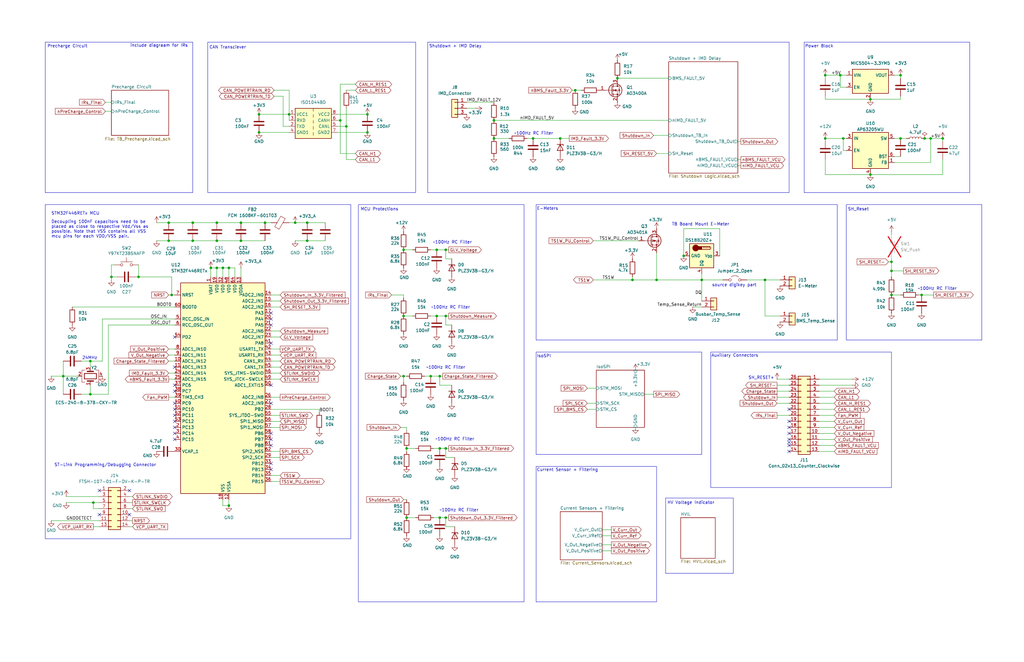
<source format=kicad_sch>
(kicad_sch (version 20250114) (generator "eeschema") (generator_version "9.0")
  (paper "B")
  (rectangle (start 19.05 17.78) (end 81.28 81.28))
  (rectangle (start 226.06 86.36) (end 353.06 143.51))
  (rectangle (start 19.05 86.36) (end 147.955 227.33))
  (rectangle (start 226.06 196.85) (end 276.86 254))
  (rectangle (start 339.09 17.78) (end 408.94 81.28))
  (rectangle (start 299.72 148.59) (end 375.92 205.74))
  (rectangle (start 280.67 210.185) (end 309.245 241.935))
  (rectangle (start 226.06 148.59) (end 295.91 191.77))
  (rectangle (start 87.63 17.78) (end 175.26 81.28))
  (rectangle (start 180.34 17.78) (end 332.74 81.28))
  (rectangle (start 151.13 86.36) (end 220.98 254))
  (rectangle (start 356.87 86.36) (end 414.02 143.51))
  (text "~100Hz RC Filter" (at 190.754 102.362 0) (effects (font (size 1.27 1.27))))
  (text "SH_Reset\n" (at 361.95 88.392 0) (effects (font (size 1.27 1.27))))
  (text "Power Block\n" (at 345.44 19.558 0) (effects (font (size 1.27 1.27))))
  (text "ST-Link Programming/Debugging Connector" (at 22.86 195.58 0) (effects (font (size 1.27 1.27)) (justify left top)))
  (text "Decoupling 100nF capacitors need to be\nplaced as close to respective Vdd/Vss as\npossible. Note that VSS contains all VSS \nmcu pins for each VDD/VSS pair." (at 21.59 96.774 0) (effects (font (size 1.27 1.27)) (justify left)))
  (text "MCU Protections\n" (at 160.02 88.392 0) (effects (font (size 1.27 1.27))))
  (text "STM32F446RETx MCU" (at 21.59 89.408 0) (effects (font (size 1.27 1.27)) (justify left top)))
  (text "~100Hz RC Filter" (at 193.548 215.392 0) (effects (font (size 1.27 1.27))))
  (text "HV Voltage Indicator\n" (at 291.338 212.217 0) (effects (font (size 1.27 1.27))))
  (text "CAN Transciever\n" (at 96.012 20.066 0) (effects (font (size 1.27 1.27))))
  (text "~100Hz RC Filter" (at 189.992 129.794 0) (effects (font (size 1.27 1.27))))
  (text "E-Meters" (at 230.886 88.138 0) (effects (font (size 1.27 1.27))))
  (text "~100Hz RC Filter" (at 395.224 121.92 0) (effects (font (size 1.27 1.27))))
  (text "~100Hz RC Filter" (at 225.044 56.388 0) (effects (font (size 1.27 1.27))))
  (text "24MHz" (at 37.846 151.13 0) (effects (font (size 1.27 1.27))))
  (text "Precharge Circuit\n\n" (at 28.448 20.574 0) (effects (font (size 1.27 1.27))))
  (text "IsoSPI\n" (at 229.362 150.368 0) (effects (font (size 1.27 1.27))))
  (text "SH_RESET+\n" (at 321.056 159.512 0) (effects (font (size 1.27 1.27))))
  (text "TB Board Mount E-Meter\n" (at 295.402 94.742 0) (effects (font (size 1.27 1.27))))
  (text "include diagraam for IRs" (at 67.056 19.304 0) (effects (font (size 1.27 1.27))))
  (text "~100Hz RC Filter" (at 187.96 155.194 0) (effects (font (size 1.27 1.27))))
  (text "~100Hz RC Filter" (at 191.77 185.42 0) (effects (font (size 1.27 1.27))))
  (text "Current Sensor + Filtering\n" (at 239.268 198.374 0) (effects (font (size 1.27 1.27))))
  (text "source digikey part\n" (at 309.626 120.396 0) (effects (font (size 1.27 1.27))))
  (text "Shutdown + IMD Delay\n" (at 192.024 19.558 0) (effects (font (size 1.27 1.27))))
  (text "Auxillary Connectors\n" (at 309.88 150.114 0) (effects (font (size 1.27 1.27))))
  (junction (at 389.89 58.42))
  (junction (at 101.6 101.6))
  (junction (at 276.86 118.11))
  (junction (at 187.96 218.44))
  (junction (at 91.44 113.03))
  (junction (at 71.12 93.98))
  (junction (at 379.73 58.42))
  (junction (at 121.92 48.26))
  (junction (at 208.28 58.42))
  (junction (at 288.29 107.95))
  (junction (at 154.94 55.88))
  (junction (at 388.62 124.46))
  (junction (at 322.58 118.11))
  (junction (at 91.44 101.6))
  (junction (at 375.92 124.46))
  (junction (at 347.98 31.75))
  (junction (at 81.28 93.98))
  (junction (at 109.22 48.26))
  (junction (at 185.42 158.75))
  (junction (at 72.39 124.46))
  (junction (at 170.18 105.41))
  (junction (at 96.52 213.36))
  (junction (at 109.22 55.88))
  (junction (at 111.76 93.98))
  (junction (at 38.1 166.37))
  (junction (at 375.92 114.3))
  (junction (at 101.6 93.98))
  (junction (at 93.98 113.03))
  (junction (at 266.7 118.11))
  (junction (at 39.37 212.09))
  (junction (at 170.18 158.75))
  (junction (at 81.28 101.6))
  (junction (at 354.33 31.75))
  (junction (at 143.51 50.8))
  (junction (at 91.44 93.98))
  (junction (at 58.42 116.84))
  (junction (at 46.99 116.84))
  (junction (at 154.94 48.26))
  (junction (at 38.1 152.4))
  (junction (at 242.57 38.1))
  (junction (at 185.42 189.23))
  (junction (at 367.03 41.91))
  (junction (at 185.42 218.44))
  (junction (at 347.98 58.42))
  (junction (at 170.18 133.35))
  (junction (at 187.96 133.35))
  (junction (at 71.12 101.6))
  (junction (at 171.45 218.44))
  (junction (at 184.15 133.35))
  (junction (at 129.54 101.6))
  (junction (at 26.67 158.75))
  (junction (at 224.79 58.42))
  (junction (at 187.96 189.23))
  (junction (at 295.91 118.11))
  (junction (at 208.28 50.8))
  (junction (at 184.15 105.41))
  (junction (at 379.73 31.75))
  (junction (at 375.92 110.49))
  (junction (at 129.54 93.98))
  (junction (at 397.51 58.42))
  (junction (at 88.9 113.03))
  (junction (at 171.45 189.23))
  (junction (at 355.6 58.42))
  (junction (at 124.46 93.98))
  (junction (at 260.35 33.02))
  (junction (at 236.22 58.42))
  (junction (at 187.96 105.41))
  (junction (at 146.05 53.34))
  (junction (at 181.61 158.75))
  (junction (at 367.03 73.66))
  (junction (at 96.52 113.03))
  (junction (at 392.43 58.42))
  (no_connect (at 41.91 207.01))
  (no_connect (at 114.3 162.56))
  (no_connect (at 54.61 207.01))
  (no_connect (at 114.3 132.08))
  (no_connect (at 114.3 198.12))
  (no_connect (at 73.66 177.8))
  (no_connect (at 332.74 182.88))
  (no_connect (at 114.3 134.62))
  (no_connect (at 114.3 182.88))
  (no_connect (at 114.3 195.58))
  (no_connect (at 54.61 217.17))
  (no_connect (at 73.66 154.94))
  (no_connect (at 73.66 180.34))
  (no_connect (at 114.3 185.42))
  (no_connect (at 332.74 186.69))
  (no_connect (at 114.3 170.18))
  (no_connect (at 73.66 165.1))
  (no_connect (at 332.74 180.34))
  (no_connect (at 332.74 187.96))
  (no_connect (at 73.66 170.18))
  (no_connect (at 332.74 177.8))
  (no_connect (at 332.74 172.72))
  (no_connect (at 73.66 182.88))
  (no_connect (at 73.66 185.42))
  (no_connect (at 73.66 175.26))
  (no_connect (at 114.3 187.96))
  (no_connect (at 73.66 172.72))
  (no_connect (at 73.66 142.24))
  (no_connect (at 41.91 217.17))
  (no_connect (at 114.3 137.16))
  (no_connect (at 73.66 162.56))
  (no_connect (at 332.74 185.42))
  (no_connect (at 114.3 144.78))
  (no_connect (at 332.74 190.5))
  (wire (pts (xy 54.61 219.71) (xy 55.88 219.71)))
  (wire (pts (xy 114.3 124.46) (xy 118.11 124.46)))
  (wire (pts (xy 114.3 142.24) (xy 118.11 142.24)))
  (wire (pts (xy 170.18 210.82) (xy 171.45 210.82)))
  (wire (pts (xy 332.74 175.26) (xy 327.66 175.26)))
  (wire (pts (xy 345.44 177.8) (xy 351.79 177.8)))
  (wire (pts (xy 375.92 110.49) (xy 375.92 114.3)))
  (wire (pts (xy 142.24 53.34) (xy 146.05 53.34)))
  (wire (pts (xy 260.35 33.02) (xy 281.94 33.02)))
  (wire (pts (xy 276.86 64.77) (xy 281.94 64.77)))
  (wire (pts (xy 224.79 58.42) (xy 236.22 58.42)))
  (wire (pts (xy 328.93 133.35) (xy 322.58 133.35)))
  (wire (pts (xy 46.99 116.84) (xy 49.53 116.84)))
  (wire (pts (xy 71.12 147.32) (xy 73.66 147.32)))
  (wire (pts (xy 46.99 111.76) (xy 48.26 111.76)))
  (wire (pts (xy 311.15 69.85) (xy 312.42 69.85)))
  (wire (pts (xy 250.19 118.11) (xy 266.7 118.11)))
  (wire (pts (xy 351.79 182.88) (xy 345.44 182.88)))
  (wire (pts (xy 332.74 162.56) (xy 327.66 162.56)))
  (wire (pts (xy 184.15 105.41) (xy 187.96 105.41)))
  (wire (pts (xy 101.6 113.03) (xy 101.6 116.84)))
  (wire (pts (xy 392.43 58.42) (xy 397.51 58.42)))
  (wire (pts (xy 322.58 118.11) (xy 314.96 118.11)))
  (wire (pts (xy 73.66 124.46) (xy 72.39 124.46)))
  (wire (pts (xy 119.38 53.34) (xy 121.92 53.34)))
  (wire (pts (xy 181.61 158.75) (xy 185.42 158.75)))
  (wire (pts (xy 303.53 107.95) (xy 303.53 96.52)))
  (wire (pts (xy 71.12 93.98) (xy 81.28 93.98)))
  (wire (pts (xy 347.98 40.64) (xy 347.98 41.91)))
  (wire (pts (xy 187.96 137.16) (xy 187.96 133.35)))
  (wire (pts (xy 41.91 214.63) (xy 39.37 214.63)))
  (wire (pts (xy 21.59 158.75) (xy 26.67 158.75)))
  (wire (pts (xy 187.96 189.23) (xy 189.23 189.23)))
  (wire (pts (xy 187.96 133.35) (xy 189.23 133.35)))
  (wire (pts (xy 118.11 193.04) (xy 114.3 193.04)))
  (wire (pts (xy 311.15 67.31) (xy 312.42 67.31)))
  (wire (pts (xy 54.61 222.25) (xy 55.88 222.25)))
  (wire (pts (xy 34.29 152.4) (xy 38.1 152.4)))
  (wire (pts (xy 171.45 218.44) (xy 175.26 218.44)))
  (wire (pts (xy 46.99 43.18) (xy 44.45 43.18)))
  (wire (pts (xy 347.98 31.75) (xy 347.98 33.02)))
  (wire (pts (xy 93.98 113.03) (xy 93.98 116.84)))
  (wire (pts (xy 170.18 133.35) (xy 173.99 133.35)))
  (wire (pts (xy 347.98 67.31) (xy 347.98 73.66)))
  (wire (pts (xy 379.73 33.02) (xy 379.73 31.75)))
  (wire (pts (xy 96.52 113.03) (xy 96.52 116.84)))
  (wire (pts (xy 375.92 114.3) (xy 381 114.3)))
  (wire (pts (xy 254 232.41) (xy 257.81 232.41)))
  (wire (pts (xy 143.51 35.56) (xy 143.51 50.8)))
  (wire (pts (xy 38.1 166.37) (xy 45.72 166.37)))
  (wire (pts (xy 236.22 58.42) (xy 240.03 58.42)))
  (wire (pts (xy 81.28 101.6) (xy 91.44 101.6)))
  (wire (pts (xy 269.24 101.6) (xy 250.19 101.6)))
  (wire (pts (xy 26.67 158.75) (xy 26.67 166.37)))
  (wire (pts (xy 389.89 58.42) (xy 392.43 58.42)))
  (wire (pts (xy 187.96 109.22) (xy 187.96 105.41)))
  (wire (pts (xy 45.72 137.16) (xy 45.72 166.37)))
  (wire (pts (xy 345.44 180.34) (xy 351.79 180.34)))
  (wire (pts (xy 345.44 170.18) (xy 351.79 170.18)))
  (wire (pts (xy 39.37 212.09) (xy 41.91 212.09)))
  (wire (pts (xy 295.91 118.11) (xy 295.91 127)))
  (wire (pts (xy 266.7 118.11) (xy 276.86 118.11)))
  (wire (pts (xy 397.51 59.69) (xy 397.51 58.42)))
  (wire (pts (xy 332.74 160.02) (xy 327.66 160.02)))
  (wire (pts (xy 54.61 212.09) (xy 55.88 212.09)))
  (wire (pts (xy 114.3 129.54) (xy 118.11 129.54)))
  (wire (pts (xy 121.92 93.98) (xy 124.46 93.98)))
  (wire (pts (xy 114.3 160.02) (xy 118.11 160.02)))
  (wire (pts (xy 58.42 111.76) (xy 58.42 116.84)))
  (wire (pts (xy 222.25 58.42) (xy 224.79 58.42)))
  (wire (pts (xy 93.98 213.36) (xy 96.52 213.36)))
  (wire (pts (xy 345.44 190.5) (xy 351.79 190.5)))
  (wire (pts (xy 181.61 105.41) (xy 184.15 105.41)))
  (wire (pts (xy 114.3 149.86) (xy 118.11 149.86)))
  (wire (pts (xy 88.9 113.03) (xy 88.9 116.84)))
  (wire (pts (xy 303.53 96.52) (xy 288.29 96.52)))
  (wire (pts (xy 114.3 203.2) (xy 118.11 203.2)))
  (wire (pts (xy 171.45 189.23) (xy 175.26 189.23)))
  (wire (pts (xy 27.94 209.55) (xy 41.91 209.55)))
  (wire (pts (xy 375.92 110.49) (xy 374.65 110.49)))
  (wire (pts (xy 71.12 101.6) (xy 81.28 101.6)))
  (wire (pts (xy 170.18 158.75) (xy 171.45 158.75)))
  (wire (pts (xy 46.99 118.11) (xy 46.99 116.84)))
  (wire (pts (xy 146.05 67.31) (xy 149.86 67.31)))
  (wire (pts (xy 311.15 59.69) (xy 312.42 59.69)))
  (wire (pts (xy 185.42 189.23) (xy 187.96 189.23)))
  (wire (pts (xy 184.15 133.35) (xy 187.96 133.35)))
  (wire (pts (xy 38.1 154.94) (xy 38.1 152.4)))
  (wire (pts (xy 58.42 116.84) (xy 72.39 116.84)))
  (wire (pts (xy 143.51 35.56) (xy 149.86 35.56)))
  (wire (pts (xy 387.35 124.46) (xy 388.62 124.46)))
  (wire (pts (xy 379.73 58.42) (xy 382.27 58.42)))
  (wire (pts (xy 165.1 124.46) (xy 170.18 124.46)))
  (wire (pts (xy 146.05 67.31) (xy 146.05 53.34)))
  (wire (pts (xy 114.3 139.7) (xy 118.11 139.7)))
  (wire (pts (xy 182.88 189.23) (xy 185.42 189.23)))
  (wire (pts (xy 332.74 165.1) (xy 327.66 165.1)))
  (wire (pts (xy 114.3 200.66) (xy 118.11 200.66)))
  (wire (pts (xy 57.15 116.84) (xy 58.42 116.84)))
  (wire (pts (xy 242.57 38.1) (xy 245.11 38.1)))
  (wire (pts (xy 208.28 58.42) (xy 214.63 58.42)))
  (wire (pts (xy 345.44 160.02) (xy 359.41 160.02)))
  (wire (pts (xy 185.42 218.44) (xy 182.88 218.44)))
  (wire (pts (xy 99.06 116.84) (xy 99.06 113.03)))
  (wire (pts (xy 93.98 113.03) (xy 96.52 113.03)))
  (wire (pts (xy 114.3 157.48) (xy 118.11 157.48)))
  (wire (pts (xy 379.73 40.64) (xy 379.73 41.91)))
  (wire (pts (xy 114.3 147.32) (xy 118.11 147.32)))
  (wire (pts (xy 168.91 158.75) (xy 170.18 158.75)))
  (wire (pts (xy 39.37 214.63) (xy 39.37 212.09)))
  (wire (pts (xy 27.94 212.09) (xy 39.37 212.09)))
  (wire (pts (xy 143.51 64.77) (xy 149.86 64.77)))
  (wire (pts (xy 392.43 68.58) (xy 377.19 68.58)))
  (wire (pts (xy 247.65 172.72) (xy 251.46 172.72)))
  (wire (pts (xy 93.98 210.82) (xy 93.98 213.36)))
  (wire (pts (xy 71.12 152.4) (xy 73.66 152.4)))
  (wire (pts (xy 71.12 157.48) (xy 73.66 157.48)))
  (wire (pts (xy 254 226.06) (xy 257.81 226.06)))
  (wire (pts (xy 208.28 50.8) (xy 281.94 50.8)))
  (wire (pts (xy 71.12 149.86) (xy 73.66 149.86)))
  (wire (pts (xy 91.44 113.03) (xy 91.44 116.84)))
  (wire (pts (xy 81.28 93.98) (xy 91.44 93.98)))
  (wire (pts (xy 114.3 177.8) (xy 118.11 177.8)))
  (wire (pts (xy 21.59 219.71) (xy 41.91 219.71)))
  (wire (pts (xy 288.29 96.52) (xy 288.29 107.95)))
  (wire (pts (xy 345.44 165.1) (xy 351.79 165.1)))
  (wire (pts (xy 351.79 185.42) (xy 345.44 185.42)))
  (wire (pts (xy 171.45 180.34) (xy 171.45 181.61)))
  (wire (pts (xy 271.78 166.37) (xy 275.59 166.37)))
  (wire (pts (xy 26.67 152.4) (xy 26.67 158.75)))
  (wire (pts (xy 355.6 58.42) (xy 355.6 63.5)))
  (wire (pts (xy 45.72 137.16) (xy 73.66 137.16)))
  (wire (pts (xy 121.92 48.26) (xy 121.92 50.8)))
  (wire (pts (xy 347.98 41.91) (xy 367.03 41.91)))
  (wire (pts (xy 185.42 158.75) (xy 186.69 158.75)))
  (wire (pts (xy 200.66 45.72) (xy 196.85 45.72)))
  (wire (pts (xy 129.54 93.98) (xy 137.16 93.98)))
  (wire (pts (xy 124.46 93.98) (xy 129.54 93.98)))
  (wire (pts (xy 292.1 129.54) (xy 295.91 129.54)))
  (wire (pts (xy 375.92 97.79) (xy 375.92 99.06)))
  (wire (pts (xy 345.44 167.64) (xy 351.79 167.64)))
  (wire (pts (xy 266.7 116.84) (xy 266.7 118.11)))
  (wire (pts (xy 142.24 55.88) (xy 154.94 55.88)))
  (wire (pts (xy 332.74 170.18) (xy 327.66 170.18)))
  (wire (pts (xy 247.65 163.83) (xy 251.46 163.83)))
  (wire (pts (xy 142.24 48.26) (xy 154.94 48.26)))
  (wire (pts (xy 191.77 222.25) (xy 187.96 222.25)))
  (wire (pts (xy 187.96 222.25) (xy 187.96 218.44)))
  (wire (pts (xy 241.3 38.1) (xy 242.57 38.1)))
  (wire (pts (xy 179.07 158.75) (xy 181.61 158.75)))
  (wire (pts (xy 66.04 101.6) (xy 71.12 101.6)))
  (wire (pts (xy 142.24 50.8) (xy 143.51 50.8)))
  (wire (pts (xy 379.73 124.46) (xy 375.92 124.46)))
  (wire (pts (xy 119.38 40.64) (xy 119.38 53.34)))
  (wire (pts (xy 187.96 218.44) (xy 189.23 218.44)))
  (wire (pts (xy 275.59 57.15) (xy 281.94 57.15)))
  (wire (pts (xy 114.3 127) (xy 118.11 127)))
  (wire (pts (xy 114.3 175.26) (xy 118.11 175.26)))
  (wire (pts (xy 91.44 113.03) (xy 93.98 113.03)))
  (wire (pts (xy 43.18 134.62) (xy 73.66 134.62)))
  (wire (pts (xy 143.51 64.77) (xy 143.51 50.8)))
  (wire (pts (xy 185.42 218.44) (xy 187.96 218.44)))
  (wire (pts (xy 170.18 105.41) (xy 173.99 105.41)))
  (wire (pts (xy 54.61 214.63) (xy 55.88 214.63)))
  (wire (pts (xy 71.12 124.46) (xy 72.39 124.46)))
  (wire (pts (xy 118.11 190.5) (xy 114.3 190.5)))
  (wire (pts (xy 30.48 129.54) (xy 73.66 129.54)))
  (wire (pts (xy 295.91 115.57) (xy 295.91 118.11)))
  (wire (pts (xy 367.03 73.66) (xy 397.51 73.66)))
  (wire (pts (xy 109.22 55.88) (xy 121.92 55.88)))
  (wire (pts (xy 254 229.87) (xy 257.81 229.87)))
  (wire (pts (xy 46.99 111.76) (xy 46.99 116.84)))
  (wire (pts (xy 345.44 175.26) (xy 351.79 175.26)))
  (wire (pts (xy 328.93 118.11) (xy 322.58 118.11)))
  (wire (pts (xy 254 223.52) (xy 257.81 223.52)))
  (wire (pts (xy 71.12 167.64) (xy 73.66 167.64)))
  (wire (pts (xy 356.87 31.75) (xy 354.33 31.75)))
  (wire (pts (xy 397.51 67.31) (xy 397.51 73.66)))
  (wire (pts (xy 354.33 36.83) (xy 354.33 31.75)))
  (wire (pts (xy 191.77 193.04) (xy 187.96 193.04)))
  (wire (pts (xy 34.29 166.37) (xy 38.1 166.37)))
  (wire (pts (xy 114.3 180.34) (xy 118.11 180.34)))
  (wire (pts (xy 54.61 209.55) (xy 55.88 209.55)))
  (wire (pts (xy 379.73 31.75) (xy 377.19 31.75)))
  (wire (pts (xy 91.44 93.98) (xy 101.6 93.98)))
  (wire (pts (xy 101.6 93.98) (xy 111.76 93.98)))
  (wire (pts (xy 72.39 124.46) (xy 72.39 116.84)))
  (wire (pts (xy 276.86 106.68) (xy 276.86 118.11)))
  (wire (pts (xy 129.54 101.6) (xy 137.16 101.6)))
  (wire (pts (xy 379.73 66.04) (xy 377.19 66.04)))
  (wire (pts (xy 134.62 172.72) (xy 134.62 173.99)))
  (wire (pts (xy 121.92 38.1) (xy 121.92 48.26)))
  (wire (pts (xy 356.87 36.83) (xy 354.33 36.83)))
  (wire (pts (xy 38.1 152.4) (xy 43.18 152.4)))
  (wire (pts (xy 345.44 172.72) (xy 351.79 172.72)))
  (wire (pts (xy 345.44 187.96) (xy 351.79 187.96)))
  (wire (pts (xy 66.04 93.98) (xy 71.12 93.98)))
  (wire (pts (xy 295.91 118.11) (xy 304.8 118.11)))
  (wire (pts (xy 347.98 73.66) (xy 367.03 73.66)))
  (wire (pts (xy 332.74 167.64) (xy 327.66 167.64)))
  (wire (pts (xy 109.22 48.26) (xy 121.92 48.26)))
  (wire (pts (xy 96.52 210.82) (xy 96.52 213.36)))
  (wire (pts (xy 115.57 38.1) (xy 121.92 38.1)))
  (wire (pts (xy 379.73 41.91) (xy 367.03 41.91)))
  (wire (pts (xy 124.46 101.6) (xy 129.54 101.6)))
  (wire (pts (xy 181.61 133.35) (xy 184.15 133.35)))
  (wire (pts (xy 375.92 114.3) (xy 375.92 116.84)))
  (wire (pts (xy 38.1 162.56) (xy 38.1 166.37)))
  (wire (pts (xy 185.42 162.56) (xy 185.42 158.75)))
  (wire (pts (xy 88.9 113.03) (xy 91.44 113.03)))
  (wire (pts (xy 347.98 58.42) (xy 355.6 58.42)))
  (wire (pts (xy 377.19 58.42) (xy 379.73 58.42)))
  (wire (pts (xy 114.3 93.98) (xy 111.76 93.98)))
  (wire (pts (xy 190.5 137.16) (xy 187.96 137.16)))
  (wire (pts (xy 114.3 172.72) (xy 134.62 172.72)))
  (wire (pts (xy 71.12 160.02) (xy 73.66 160.02)))
  (wire (pts (xy 101.6 101.6) (xy 111.76 101.6)))
  (wire (pts (xy 115.57 40.64) (xy 119.38 40.64)))
  (wire (pts (xy 322.58 133.35) (xy 322.58 118.11)))
  (wire (pts (xy 347.98 58.42) (xy 347.98 59.69)))
  (wire (pts (xy 114.3 154.94) (xy 118.11 154.94)))
  (wire (pts (xy 146.05 45.72) (xy 146.05 53.34)))
  (wire (pts (xy 170.18 158.75) (xy 170.18 161.29)))
  (wire (pts (xy 355.6 58.42) (xy 356.87 58.42)))
  (wire (pts (xy 44.45 46.99) (xy 46.99 46.99)))
  (wire (pts (xy 247.65 170.18) (xy 251.46 170.18)))
  (wire (pts (xy 375.92 109.22) (xy 375.92 110.49)))
  (wire (pts (xy 190.5 162.56) (xy 185.42 162.56)))
  (wire (pts (xy 355.6 63.5) (xy 356.87 63.5)))
  (wire (pts (xy 171.45 189.23) (xy 171.45 190.5)))
  (wire (pts (xy 276.86 118.11) (xy 295.91 118.11)))
  (wire (pts (xy 392.43 58.42) (xy 392.43 68.58)))
  (wire (pts (xy 347.98 31.75) (xy 354.33 31.75)))
  (wire (pts (xy 187.96 193.04) (xy 187.96 189.23)))
  (wire (pts (xy 388.62 124.46) (xy 393.7 124.46)))
  (wire (pts (xy 196.85 43.18) (xy 208.28 43.18)))
  (wire (pts (xy 91.44 101.6) (xy 101.6 101.6)))
  (wire (pts (xy 146.05 38.1) (xy 149.86 38.1)))
  (wire (pts (xy 189.23 105.41) (xy 187.96 105.41)))
  (wire (pts (xy 26.67 158.75) (xy 33.02 158.75)))
  (wire (pts (xy 190.5 109.22) (xy 187.96 109.22)))
  (wire (pts (xy 170.18 124.46) (xy 170.18 125.73)))
  (wire (pts (xy 114.3 152.4) (xy 118.11 152.4)))
  (wire (pts (xy 96.52 113.03) (xy 99.06 113.03)))
  (wire (pts (xy 118.11 167.64) (xy 114.3 167.64)))
  (wire (pts (xy 168.91 180.34) (xy 171.45 180.34)))
  (wire (pts (xy 43.18 152.4) (xy 43.18 134.62)))
  (wire (pts (xy 39.37 222.25) (xy 41.91 222.25)))
  (wire (pts (xy 359.41 162.56) (xy 345.44 162.56)))
  (label "+5V" (at 350.52 31.75 0))
  (label "Temp_Sense_Return" (at 295.91 129.54 180))
  (label "OSC_OUT" (at 63.5 137.16 0))
  (label "TS1W_PU_Control" (at 252.73 101.6 0))
  (label "BOOT1" (at 134.62 173.99 0))
  (label "OSC_IN" (at 63.5 134.62 0))
  (label "+5V" (at 392.43 58.42 0))
  (label "DQ" (at 295.91 124.46 180))
  (label "GNDDETECT" (at 27.94 219.71 0))
  (label "BOOT0" (at 66.04 129.54 0))
  (label "IMD_FAULT_12V" (at 196.85 43.18 0))
  (label "TS1W" (at 254 118.11 0))
  (label "nIMD_FAULT_5V" (at 233.68 50.8 180))
  (global_label "CAN_L_RES1" (shape bidirectional) (at 351.79 172.72 0) (property "Intersheetrefs" "${INTERSHEET_REFS}" (effects (hide yes))))
  (global_label "nBMS_Fault_3.3V" (shape input) (at 241.3 38.1 180) (property "Intersheetrefs" "${INTERSHEET_REFS}" (effects (hide yes))))
  (global_label "nBMS_FAULT_VCU" (shape output) (at 312.42 67.31 0) (property "Intersheetrefs" "${INTERSHEET_REFS}" (effects (hide yes))))
  (global_label "Shutdown_In_3.3V_Filtered" (shape output) (at 189.23 189.23 0) (property "Intersheetrefs" "${INTERSHEET_REFS}" (effects (hide yes))))
  (global_label "V_Out_Positive" (shape input) (at 351.79 185.42 0) (property "Intersheetrefs" "${INTERSHEET_REFS}" (effects (hide yes))))
  (global_label "Shutdown_Out" (shape input) (at 327.66 170.18 180) (property "Intersheetrefs" "${INTERSHEET_REFS}" (effects (hide yes))))
  (global_label "VCP_UART_RX" (shape input) (at 118.11 149.86 0) (property "Intersheetrefs" "${INTERSHEET_REFS}" (effects (hide yes))))
  (global_label "TS1W" (shape bidirectional) (at 250.19 118.11 180) (property "Intersheetrefs" "${INTERSHEET_REFS}" (effects (hide yes))))
  (global_label "GLV_Voltage" (shape input) (at 118.11 142.24 0) (property "Intersheetrefs" "${INTERSHEET_REFS}" (effects (hide yes))))
  (global_label "STLINK_SWO" (shape output) (at 118.11 175.26 0) (property "Intersheetrefs" "${INTERSHEET_REFS}" (effects (hide yes))))
  (global_label "TS1W_PU_Control" (shape input) (at 250.19 101.6 180) (property "Intersheetrefs" "${INTERSHEET_REFS}" (effects (hide yes))))
  (global_label "Shutdown_Out" (shape output) (at 312.42 59.69 0) (property "Intersheetrefs" "${INTERSHEET_REFS}" (effects (hide yes))))
  (global_label "Fan_PWM" (shape output) (at 71.12 167.64 180) (property "Intersheetrefs" "${INTERSHEET_REFS}" (effects (hide yes))))
  (global_label "SPI_MOSI" (shape output) (at 118.11 180.34 0) (property "Intersheetrefs" "${INTERSHEET_REFS}" (effects (hide yes))))
  (global_label "SH_RESET-" (shape input) (at 374.65 110.49 180) (property "Intersheetrefs" "${INTERSHEET_REFS}" (effects (hide yes))))
  (global_label "nBMS_Fault_3.3V" (shape output) (at 71.12 160.02 180) (property "Intersheetrefs" "${INTERSHEET_REFS}" (effects (hide yes))))
  (global_label "V_Out_Negative" (shape input) (at 71.12 149.86 180) (property "Intersheetrefs" "${INTERSHEET_REFS}" (effects (hide yes))))
  (global_label "Shutdown_Measure" (shape output) (at 189.23 133.35 0) (property "Intersheetrefs" "${INTERSHEET_REFS}" (effects (hide yes))))
  (global_label "nBMS_FAULT_VCU" (shape input) (at 351.79 187.96 0) (property "Intersheetrefs" "${INTERSHEET_REFS}" (effects (hide yes))))
  (global_label "nPreCharge_Control" (shape output) (at 118.11 167.64 0) (property "Intersheetrefs" "${INTERSHEET_REFS}" (effects (hide yes))))
  (global_label "SH_RESET_3.3V" (shape input) (at 118.11 129.54 0) (property "Intersheetrefs" "${INTERSHEET_REFS}" (effects (hide yes))))
  (global_label "SPI_MISO" (shape input) (at 118.11 177.8 0) (property "Intersheetrefs" "${INTERSHEET_REFS}" (effects (hide yes))))
  (global_label "Charge_State_Filtered" (shape output) (at 186.69 158.75 0) (property "Intersheetrefs" "${INTERSHEET_REFS}" (effects (hide yes))))
  (global_label "SH_RESET-" (shape output) (at 327.66 162.56 180) (property "Intersheetrefs" "${INTERSHEET_REFS}" (effects (hide yes))))
  (global_label "CAN_L1" (shape bidirectional) (at 149.86 67.31 0) (property "Intersheetrefs" "${INTERSHEET_REFS}" (effects (hide yes))))
  (global_label "V_Out_Negative" (shape output) (at 257.81 229.87 0) (property "Intersheetrefs" "${INTERSHEET_REFS}" (effects (hide yes))))
  (global_label "IMD_Fault_3.3V" (shape input) (at 71.12 157.48 180) (property "Intersheetrefs" "${INTERSHEET_REFS}" (effects (hide yes))))
  (global_label "Shutdown_In_3.3V_Filtered" (shape input) (at 118.11 124.46 0) (property "Intersheetrefs" "${INTERSHEET_REFS}" (effects (hide yes))))
  (global_label "CAN_POWERTRAIN_RD" (shape bidirectional) (at 118.11 152.4 0) (property "Intersheetrefs" "${INTERSHEET_REFS}" (effects (hide yes))))
  (global_label "V_Curr_Ref" (shape output) (at 257.81 226.06 0) (property "Intersheetrefs" "${INTERSHEET_REFS}" (effects (hide yes))))
  (global_label "V_Out_Positive" (shape input) (at 71.12 147.32 180) (property "Intersheetrefs" "${INTERSHEET_REFS}" (effects (hide yes))))
  (global_label "TS1W" (shape bidirectional) (at 118.11 200.66 0) (property "Intersheetrefs" "${INTERSHEET_REFS}" (effects (hide yes))))
  (global_label "IRs_Final" (shape input) (at 44.45 43.18 180) (property "Intersheetrefs" "${INTERSHEET_REFS}" (effects (hide yes))))
  (global_label "STLINK_SWDIO" (shape bidirectional) (at 118.11 157.48 0) (property "Intersheetrefs" "${INTERSHEET_REFS}" (effects (hide yes))))
  (global_label "CAN_L_RES1" (shape bidirectional) (at 149.86 38.1 0) (property "Intersheetrefs" "${INTERSHEET_REFS}" (effects (hide yes))))
  (global_label "IRs_Final" (shape input) (at 165.1 124.46 180) (property "Intersheetrefs" "${INTERSHEET_REFS}" (effects (hide yes))))
  (global_label "SPI_SCK" (shape output) (at 118.11 193.04 0) (property "Intersheetrefs" "${INTERSHEET_REFS}" (effects (hide yes))))
  (global_label "SPI_SCK" (shape input) (at 247.65 170.18 180) (property "Intersheetrefs" "${INTERSHEET_REFS}" (effects (hide yes))))
  (global_label "Shutdown_Out_3.3V_Filtered" (shape output) (at 189.23 218.44 0) (property "Intersheetrefs" "${INTERSHEET_REFS}" (effects (hide yes))))
  (global_label "nIMD_FAULT_VCU" (shape output) (at 312.42 69.85 0) (property "Intersheetrefs" "${INTERSHEET_REFS}" (effects (hide yes))))
  (global_label "TS1W_PU_Control" (shape output) (at 118.11 203.2 0) (property "Intersheetrefs" "${INTERSHEET_REFS}" (effects (hide yes))))
  (global_label "SPI_MOSI" (shape input) (at 247.65 163.83 180) (property "Intersheetrefs" "${INTERSHEET_REFS}" (effects (hide yes))))
  (global_label "V_Curr_Out" (shape output) (at 257.81 223.52 0) (property "Intersheetrefs" "${INTERSHEET_REFS}" (effects (hide yes))))
  (global_label "V_Curr_Ref" (shape input) (at 351.79 180.34 0) (property "Intersheetrefs" "${INTERSHEET_REFS}" (effects (hide yes))))
  (global_label "SPI_MISO" (shape output) (at 275.59 166.37 0) (property "Intersheetrefs" "${INTERSHEET_REFS}" (effects (hide yes))))
  (global_label "Charge_State_Filtered" (shape input) (at 71.12 152.4 180) (property "Intersheetrefs" "${INTERSHEET_REFS}" (effects (hide yes))))
  (global_label "Charge_State" (shape input) (at 168.91 158.75 180) (property "Intersheetrefs" "${INTERSHEET_REFS}" (effects (hide yes))))
  (global_label "CAN_POWERTRAIN_TD" (shape bidirectional) (at 115.57 40.64 180) (property "Intersheetrefs" "${INTERSHEET_REFS}" (effects (hide yes))))
  (global_label "Shutdown_In" (shape input) (at 168.91 180.34 180) (property "Intersheetrefs" "${INTERSHEET_REFS}" (effects (hide yes))))
  (global_label "STLINK_SWDIO" (shape bidirectional) (at 55.88 209.55 0) (property "Intersheetrefs" "${INTERSHEET_REFS}" (effects (hide yes))))
  (global_label "SH_RESET_5V" (shape output) (at 381 114.3 0) (property "Intersheetrefs" "${INTERSHEET_REFS}" (effects (hide yes))))
  (global_label "CAN_L1" (shape bidirectional) (at 351.79 167.64 0) (property "Intersheetrefs" "${INTERSHEET_REFS}" (effects (hide yes))))
  (global_label "IRs_Final" (shape output) (at 327.66 175.26 180) (property "Intersheetrefs" "${INTERSHEET_REFS}" (effects (hide yes))))
  (global_label "SPI_BMS_CS" (shape output) (at 118.11 190.5 0) (property "Intersheetrefs" "${INTERSHEET_REFS}" (effects (hide yes))))
  (global_label "V_Out_Negative" (shape input) (at 351.79 182.88 0) (property "Intersheetrefs" "${INTERSHEET_REFS}" (effects (hide yes))))
  (global_label "Shutdown_In" (shape input) (at 275.59 57.15 180) (property "Intersheetrefs" "${INTERSHEET_REFS}" (effects (hide yes))))
  (global_label "Charge_State" (shape output) (at 327.66 165.1 180) (property "Intersheetrefs" "${INTERSHEET_REFS}" (effects (hide yes))))
  (global_label "VCP_UART_RX" (shape output) (at 39.37 222.25 180) (property "Intersheetrefs" "${INTERSHEET_REFS}" (effects (hide yes))))
  (global_label "nPreCharge_Control" (shape input) (at 44.45 46.99 180) (property "Intersheetrefs" "${INTERSHEET_REFS}" (effects (hide yes))))
  (global_label "STLINK_SWCLK" (shape output) (at 55.88 212.09 0) (property "Intersheetrefs" "${INTERSHEET_REFS}" (effects (hide yes))))
  (global_label "CAN_H_RES1" (shape bidirectional) (at 149.86 35.56 0) (property "Intersheetrefs" "${INTERSHEET_REFS}" (effects (hide yes))))
  (global_label "Shutdown_Measure" (shape input) (at 118.11 139.7 0) (property "Intersheetrefs" "${INTERSHEET_REFS}" (effects (hide yes))))
  (global_label "Fan_PWM" (shape input) (at 351.79 175.26 0) (property "Intersheetrefs" "${INTERSHEET_REFS}" (effects (hide yes))))
  (global_label "SH_RESET_5V" (shape input) (at 276.86 64.77 180) (property "Intersheetrefs" "${INTERSHEET_REFS}" (effects (hide yes))))
  (global_label "CAN_POWERTRAIN_RD" (shape bidirectional) (at 115.57 38.1 180) (property "Intersheetrefs" "${INTERSHEET_REFS}" (effects (hide yes))))
  (global_label "CAN_POWERTRAIN_TD" (shape bidirectional) (at 118.11 154.94 0) (property "Intersheetrefs" "${INTERSHEET_REFS}" (effects (hide yes))))
  (global_label "CAN_H_RES1" (shape bidirectional) (at 351.79 170.18 0) (property "Intersheetrefs" "${INTERSHEET_REFS}" (effects (hide yes))))
  (global_label "VCP_UART_TX" (shape input) (at 55.88 222.25 0) (property "Intersheetrefs" "${INTERSHEET_REFS}" (effects (hide yes))))
  (global_label "SH_RESET_3.3V" (shape output) (at 393.7 124.46 0) (property "Intersheetrefs" "${INTERSHEET_REFS}" (effects (hide yes))))
  (global_label "nIMD_FAULT_VCU" (shape input) (at 351.79 190.5 0) (property "Intersheetrefs" "${INTERSHEET_REFS}" (effects (hide yes))))
  (global_label "V_Curr_Out" (shape input) (at 351.79 177.8 0) (property "Intersheetrefs" "${INTERSHEET_REFS}" (effects (hide yes))))
  (global_label "Shutdown_Out" (shape input) (at 170.18 210.82 180) (property "Intersheetrefs" "${INTERSHEET_REFS}" (effects (hide yes))))
  (global_label "GLV_Voltage" (shape output) (at 189.23 105.41 0) (property "Intersheetrefs" "${INTERSHEET_REFS}" (effects (hide yes))))
  (global_label "Shutdown_In" (shape output) (at 327.66 167.64 180) (property "Intersheetrefs" "${INTERSHEET_REFS}" (effects (hide yes))))
  (global_label "CAN_H1" (shape bidirectional) (at 149.86 64.77 0) (property "Intersheetrefs" "${INTERSHEET_REFS}" (effects (hide yes))))
  (global_label "STLINK_SWCLK" (shape input) (at 118.11 160.02 0) (property "Intersheetrefs" "${INTERSHEET_REFS}" (effects (hide yes))))
  (global_label "VCP_UART_TX" (shape output) (at 118.11 147.32 0) (property "Intersheetrefs" "${INTERSHEET_REFS}" (effects (hide yes))))
  (global_label "CAN_H1" (shape bidirectional) (at 351.79 165.1 0) (property "Intersheetrefs" "${INTERSHEET_REFS}" (effects (hide yes))))
  (global_label "V_Out_Positive" (shape output) (at 257.81 232.41 0) (property "Intersheetrefs" "${INTERSHEET_REFS}" (effects (hide yes))))
  (global_label "IMD_Fault_3.3V" (shape output) (at 240.03 58.42 0) (property "Intersheetrefs" "${INTERSHEET_REFS}" (effects (hide yes))))
  (global_label "NRST" (shape input) (at 71.12 124.46 180) (property "Intersheetrefs" "${INTERSHEET_REFS}" (effects (hide yes))))
  (global_label "SPI_BMS_CS" (shape input) (at 247.65 172.72 180) (property "Intersheetrefs" "${INTERSHEET_REFS}" (effects (hide yes))))
  (global_label "Shutdown_Out_3.3V_Filtered" (shape input) (at 118.11 127 0) (property "Intersheetrefs" "${INTERSHEET_REFS}" (effects (hide yes))))
  (global_label "STLINK_SWO" (shape input) (at 55.88 214.63 0) (property "Intersheetrefs" "${INTERSHEET_REFS}" (effects (hide yes))))
  (global_label "NRST" (shape output) (at 55.88 219.71 0) (property "Intersheetrefs" "${INTERSHEET_REFS}" (effects (hide yes))))
  (symbol (lib_id "power:GND") (at 43.18 158.75 0) (unit 1)
    (property "Reference" "#PWR045" (effects (hide yes)))
    (property "Value" "GND" (at 43.18 162.306 0))
    (property "Description" "Power symbol creates a global label with name \"GND\" , ground" (effects (hide yes)))
  )
  (symbol (lib_id "power:PWR_FLAG") (at 389.89 58.42 0) (unit 1)
    (property "Reference" "#FLG0101" (effects (hide yes)))
    (property "Value" "PWR_FLAG" (effects (hide yes)))
    (property "Description" "Special symbol for telling ERC where power comes from" (effects (hide yes)))
  )
  (symbol (lib_id "power:GND") (at 185.42 196.85 0) (unit 1)
    (property "Reference" "#PWR088" (effects (hide yes)))
    (property "Value" "GND" (at 185.42 201.93 0))
    (property "Description" "Power symbol creates a global label with name \"GND\" , ground" (effects (hide yes)))
  )
  (symbol (lib_id "Device:D_Zener") (at 191.77 226.06 270) (unit 1)
    (property "Reference" "D10" (at 194.31 224.7899 90) (effects (justify left)))
    (property "Value" "PLZ3V3B-G3/H" (at 194.31 227.3299 90) (effects (justify left)))
    (property "Footprint" "Diode_SMD:D_2010_5025Metric_Pad1.52x2.65mm_HandSolder" (effects (hide yes)))
    (property "Datasheet" "https://www.vishay.com/docs/84830/plzseries.pdf" (effects (hide yes)))
    (property "Description" "3.43V Zener Diode" (effects (hide yes)))
    (property "Digi PN" "PLZ3V3B-G3/HGIDKR-ND" (effects (hide yes)))
    (property "MFG" "Vishay General Semiconductor - Diodes Division" (effects (hide yes)))
    (property "MFG PN" "PLZ3V3B-G3/H" (effects (hide yes)))
    (property "Digi URL" "https://www.digikey.com/en/products/detail/vishay-general-semiconductor-diodes-division/PLZ3V3B-G3-H/7594379" (effects (hide yes)))
  )
  (symbol (lib_id "Device:C") (at 71.12 97.79 0) (mirror x) (unit 1)
    (property "Reference" "C29" (at 70.104 104.902 0) (effects (justify left)))
    (property "Value" "10uF" (at 69.596 106.934 0) (effects (justify left)))
    (property "Footprint" "Capacitor_SMD:C_0603_1608Metric_Pad1.08x0.95mm_HandSolder" (effects (hide yes)))
    (property "Datasheet" "https://mm.digikey.com/Volume0/opasdata/d220001/medias/docus/339/CL10A106KO8NQNC_Spec.pdf" (effects (hide yes)))
    (property "Description" "Unpolarized capacitor" (effects (hide yes)))
    (property "Digi PN" "1276-CL10A106KO8NQNCCT-ND" (effects (hide yes)))
    (property "MFG" "Samsung Electro-Mechanics" (effects (hide yes)))
    (property "MFG PN" "CL10A106KO8NQNC" (effects (hide yes)))
    (property "Digi URL" "https://www.digikey.com/en/products/detail/samsung-electro-mechanics/CL10A106KO8NQNC/10479038" (effects (hide yes)))
  )
  (symbol (lib_id "power:GND") (at 185.42 226.06 0) (unit 1)
    (property "Reference" "#PWR090" (effects (hide yes)))
    (property "Value" "GND" (at 185.42 231.14 0))
    (property "Description" "Power symbol creates a global label with name \"GND\" , ground" (effects (hide yes)))
  )
  (symbol (lib_id "Device:R") (at 170.18 165.1 0) (unit 1)
    (property "Reference" "R55" (at 167.64 163.8299 0) (effects (justify right)))
    (property "Value" "100k" (at 167.64 166.3699 0) (effects (justify right)))
    (property "Footprint" "Resistor_SMD:R_0603_1608Metric_Pad0.98x0.95mm_HandSolder" (effects (hide yes)))
    (property "Datasheet" "https://www.digikey.com/en/products/detail/susumu/RG1608P-104-B-T5/1240451" (effects (hide yes)))
    (property "Description" "Resistor" (effects (hide yes)))
    (property "Digi PN" "RG16P100KBDKR-ND" (effects (hide yes)))
    (property "Digi URL" "https://www.digikey.com/en/products/detail/susumu/RG1608P-104-B-T5/1240451" (effects (hide yes)))
    (property "MFG" "Susumu" (effects (hide yes)))
    (property "MFG PN" "RC0603FR-0722RL" (effects (hide yes)))
  )
  (symbol (lib_name "R_6") (lib_id "Device:R") (at 171.45 214.63 0) (mirror x) (unit 1)
    (property "Reference" "R51" (at 167.894 213.614 0))
    (property "Value" "22k" (at 167.894 215.646 0))
    (property "Footprint" "Resistor_SMD:R_0603_1608Metric_Pad0.98x0.95mm_HandSolder" (effects (hide yes)))
    (property "Datasheet" "https://yageogroup.com/content/datasheet/asset/file/PYU-RC_GROUP_51_ROHS_L" (effects (hide yes)))
    (property "Digi PN" "311-22.0KHRCT-ND" (effects (hide yes)))
    (property "Digi URL" "https://www.digikey.com/en/products/detail/yageo/RC0603FR-0722KL/727056" (effects (hide yes)))
    (property "MFG" "YAGEO" (effects (hide yes)))
    (property "MFG PN" "RC0603FR-0722KL" (effects (hide yes)))
  )
  (symbol (lib_id "power:GND") (at 134.62 181.61 0) (mirror y) (unit 1)
    (property "Reference" "#PWR062" (effects (hide yes)))
    (property "Value" "GND" (at 134.62 186.69 0))
    (property "Description" "Power symbol creates a global label with name \"GND\" , ground" (effects (hide yes)))
  )
  (symbol (lib_id "power:GND") (at 154.94 55.88 0) (unit 1)
    (property "Reference" "#PWR015" (effects (hide yes)))
    (property "Value" "GND" (at 154.94 59.69 0))
    (property "Description" "Power symbol creates a global label with name \"GND\" , ground" (effects (hide yes)))
  )
  (symbol (lib_id "power:+12V") (at 170.18 97.79 0) (mirror y) (unit 1)
    (property "Reference" "#PWR094" (effects (hide yes)))
    (property "Value" "+12V" (at 171.958 93.98 0) (effects (justify left)))
  )
  (symbol (lib_id "power:GND") (at 375.92 132.08 0) (unit 1)
    (property "Reference" "#PWR01" (effects (hide yes)))
    (property "Value" "GND" (at 375.92 137.16 0))
    (property "Description" "Power symbol creates a global label with name \"GND\" , ground" (effects (hide yes)))
  )
  (symbol (lib_id "Device:D_Zener") (at 191.77 196.85 270) (unit 1)
    (property "Reference" "D5" (at 194.31 195.5799 90) (effects (justify left)))
    (property "Value" "PLZ3V3B-G3/H" (at 194.31 198.1199 90) (effects (justify left)))
    (property "Footprint" "Diode_SMD:D_2010_5025Metric_Pad1.52x2.65mm_HandSolder" (effects (hide yes)))
    (property "Datasheet" "https://www.vishay.com/docs/84830/plzseries.pdf" (effects (hide yes)))
    (property "Description" "3.43V Zener Diode" (effects (hide yes)))
    (property "Digi PN" "PLZ3V3B-G3/HGIDKR-ND" (effects (hide yes)))
    (property "MFG" "Vishay General Semiconductor - Diodes Division" (effects (hide yes)))
    (property "MFG PN" "PLZ3V3B-G3/H" (effects (hide yes)))
    (property "Digi URL" "https://www.digikey.com/en/products/detail/vishay-general-semiconductor-diodes-division/PLZ3V3B-G3-H/7594379" (effects (hide yes)))
  )
  (symbol (lib_id "Device:C") (at 111.76 97.79 0) (unit 1)
    (property "Reference" "C33" (at 110.744 104.648 0) (effects (justify left)))
    (property "Value" "100nF" (at 109.728 106.68 0) (effects (justify left)))
    (property "Footprint" "Capacitor_SMD:C_0603_1608Metric_Pad1.08x0.95mm_HandSolder" (effects (hide yes)))
    (property "Datasheet" "https://mm.digikey.com/Volume0/opasdata/d220001/medias/docus/503/CL05A104KA5NNNC.pdf" (effects (hide yes)))
    (property "Description" "Unpolarized capacitor" (effects (hide yes)))
    (property "Digi PN" "1276-1043-1-ND1276-1115-1-ND" (effects (hide yes)))
    (property "MFG" "Samsung Electro-Mechanics" (effects (hide yes)))
    (property "MFG PN" "CL03A104KP3NNNC" (effects (hide yes)))
    (property "Digi URL" "https://www.digikey.com/en/products/detail/samsung-electro-mechanics/CL03A104KP3NNNC/3886773" (effects (hide yes)))
  )
  (symbol (lib_id "power:+5V") (at 327.66 160.02 0) (mirror y) (unit 1)
    (property "Reference" "#PWR073" (effects (hide yes)))
    (property "Value" "+5V" (at 327.66 154.94 0))
    (property "Description" "Power symbol creates a global label with name \"+5V\"" (effects (hide yes)))
  )
  (symbol (lib_id "power:GND") (at 196.85 48.26 0) (unit 1)
    (property "Reference" "#PWR022" (effects (hide yes)))
    (property "Value" "GND" (at 196.85 53.34 0))
    (property "Description" "Power symbol creates a global label with name \"GND\" , ground" (effects (hide yes)))
  )
  (symbol (lib_id "Transistor_FET:AO3400A") (at 257.81 38.1 0) (unit 1)
    (property "Reference" "Q1" (at 264.16 36.8299 0) (effects (justify left)))
    (property "Value" "AO3400A" (at 264.16 39.3699 0) (effects (justify left)))
    (property "Footprint" "Package_TO_SOT_SMD:SOT-23" (effects (hide yes)))
    (property "Datasheet" "http://www.aosmd.com/pdfs/datasheet/AO3400A.pdf" (effects (hide yes)))
    (property "Description" "30V Vds, 5.7A Id, N-Channel MOSFET, SOT-23" (effects (hide yes)))
    (property "Digi PN" "785-1000-1-ND" (effects (hide yes)))
    (property "Digi URL" "https://www.digikey.com/en/products/detail/alpha-omega-semiconductor-inc/AO3400A/1855772" (effects (hide yes)))
    (property "MFG" "Alpha & Omega Semiconductor Inc." (effects (hide yes)))
    (property "MFG PN" "AO3400A" (effects (hide yes)))
  )
  (symbol (lib_id "Connector_Generic:Conn_01x02") (at 334.01 133.35 0) (unit 1)
    (property "Reference" "J15" (at 339.598 132.842 0))
    (property "Value" "BMS_Temp_Sense" (at 343.916 135.382 0))
    (property "Footprint" "FS_4_Global_Footprint_Library:1054311202 - 2-Pin Molex Nano-fit SMD Connector" (effects (hide yes)))
    (property "Datasheet" "https://www.molex.com/en-us/products/part-detail/1054311202?display=pdf" (effects (hide yes)))
    (property "Description" "Generic connector, single row, 01x02, script generated (kicad-library-utils/schlib/autogen/connector/)" (effects (hide yes)))
    (property "Digi PN" "WM26080CT-ND" (effects (hide yes)))
    (property "Digi URL" "https://www.digikey.com/en/products/detail/molex/1054311202/9959366" (effects (hide yes)))
    (property "MFG" "Molex" (effects (hide yes)))
    (property "MFG PN" "1054311202" (effects (hide yes)))
  )
  (symbol (lib_id "power:GND") (at 181.61 166.37 0) (unit 1)
    (property "Reference" "#PWR086" (effects (hide yes)))
    (property "Value" "GND" (at 181.61 171.45 0))
    (property "Description" "Power symbol creates a global label with name \"GND\" , ground" (effects (hide yes)))
  )
  (symbol (lib_id "Device:C") (at 53.34 116.84 90) (mirror x) (unit 1)
    (property "Reference" "C27" (at 53.34 123.19 90))
    (property "Value" "100nF" (at 53.34 120.65 90))
    (property "Footprint" "Capacitor_SMD:C_0603_1608Metric_Pad1.08x0.95mm_HandSolder" (effects (hide yes)))
    (property "Datasheet" "https://mm.digikey.com/Volume0/opasdata/d220001/medias/docus/503/CL05A104KA5NNNC.pdf" (effects (hide yes)))
    (property "Description" "Unpolarized capacitor" (effects (hide yes)))
    (property "Digi PN" "1276-1043-1-ND1276-1115-1-ND" (effects (hide yes)))
    (property "MFG" "Samsung Electro-Mechanics" (effects (hide yes)))
    (property "MFG PN" "CL03A104KP3NNNC" (effects (hide yes)))
    (property "Digi URL" "https://www.digikey.com/en/products/detail/samsung-electro-mechanics/CL03A104KP3NNNC/3886773" (effects (hide yes)))
  )
  (symbol (lib_id "Device:R") (at 175.26 158.75 90) (unit 1)
    (property "Reference" "R47" (at 175.26 152.4 90))
    (property "Value" "15k" (at 175.26 154.94 90))
    (property "Footprint" "Resistor_SMD:R_0603_1608Metric_Pad0.98x0.95mm_HandSolder" (effects (hide yes)))
    (property "Datasheet" "https://yageogroup.com/content/datasheet/asset/file/PYU-RC_GROUP_51_ROHS_L" (effects (hide yes)))
    (property "Description" "Resistor" (effects (hide yes)))
    (property "Digi PN" "311-15.0KHRCT-ND" (effects (hide yes)))
    (property "MFG" "YAGEO" (effects (hide yes)))
    (property "MFG PN" "RC0603FR-0715KL" (effects (hide yes)))
    (property "Digi URL" "https://www.digikey.com/en/products/detail/yageo/RC0603FR-0715KL/726953" (effects (hide yes)))
  )
  (symbol (lib_id "MCU_ST_STM32F4:STM32F446RETx") (at 93.98 165.1 0) (unit 1)
    (property "Reference" "U12" (at 72.136 111.76 0) (effects (justify left)))
    (property "Value" "STM32F446RETx" (at 72.136 114.3 0) (effects (justify left)))
    (property "Footprint" "Package_QFP:LQFP-64_10x10mm_P0.5mm" (effects (hide yes)))
    (property "Datasheet" "https://www.st.com/resource/en/datasheet/stm32f446re.pdf" (effects (hide yes)))
    (property "Description" "STMicroelectronics Arm Cortex-M4 MCU, 512KB flash, 128KB RAM, 180 MHz, 1.8-3.6V, 50 GPIO, LQFP64" (effects (hide yes)))
    (property "Digi PN" "497-15376-ND" (effects (hide yes)))
    (property "MFG" "STM" (effects (hide yes)))
    (property "MFG PN" "STM32F446RET6" (effects (hide yes)))
    (property "Digi URL" "https://www.digikey.com/en/products/detail/stmicroelectronics/stm32f446ret6/5175962" (effects (hide yes)))
    (pin "56" (alternate "SPI1_MISO"))
    (pin "57" (alternate "SPI1_MOSI"))
    (pin "26" (alternate "ADC2_IN8"))
    (pin "62" (alternate "SPI2_NSS"))
    (pin "55" (alternate "SYS_JTDO-SWO"))
    (pin "29" (alternate "SPI2_SCK"))
    (pin "27" (alternate "ADC2_IN9"))
    (pin "24" (alternate "ADC1_IN14"))
    (pin "39" (alternate "TIM3_CH3"))
    (pin "8" (alternate "ADC1_IN10"))
    (pin "25" (alternate "ADC1_IN15"))
    (pin "6" (alternate "RCC_OSC_OUT"))
    (pin "5" (alternate "RCC_OSC_IN"))
    (pin "11" (alternate "ADC1_IN13"))
    (pin "9" (alternate "ADC1_IN11"))
    (pin "10" (alternate "ADC1_IN12"))
    (pin "44" (alternate "CAN1_RX"))
    (pin "42" (alternate "USART1_TX"))
    (pin "23" (alternate "ADC2_IN7"))
    (pin "43" (alternate "USART1_RX"))
    (pin "22" (alternate "ADC2_IN6"))
    (pin "45" (alternate "CAN1_TX"))
    (pin "46" (alternate "SYS_JTMS-SWDIO"))
    (pin "49" (alternate "SYS_JTCK-SWCLK"))
    (pin "50" (alternate "ADC1_EXTI15"))
    (pin "14" (alternate "ADC2_IN0"))
    (pin "15" (alternate "ADC2_IN1"))
    (pin "16" (alternate "ADC2_IN2"))
  )
  (symbol (lib_id "Device:R") (at 383.54 124.46 90) (unit 1)
    (property "Reference" "R18" (at 383.54 120.396 90))
    (property "Value" "15k" (at 383.54 122.428 90))
    (property "Footprint" "Resistor_SMD:R_0603_1608Metric_Pad0.98x0.95mm_HandSolder" (effects (hide yes)))
    (property "Datasheet" "https://yageogroup.com/content/datasheet/asset/file/PYU-RC_GROUP_51_ROHS_L" (effects (hide yes)))
    (property "Description" "Resistor" (effects (hide yes)))
    (property "Digi PN" "311-15.0KHRCT-ND" (effects (hide yes)))
    (property "MFG" "YAGEO" (effects (hide yes)))
    (property "MFG PN" "RC0603FR-0715KL" (effects (hide yes)))
    (property "Digi URL" "https://www.digikey.com/en/products/detail/yageo/RC0603FR-0715KL/726953" (effects (hide yes)))
  )
  (symbol (lib_id "Device:R") (at 208.28 54.61 0) (unit 1)
    (property "Reference" "R12" (at 210.566 53.34 0) (effects (justify left)))
    (property "Value" "330" (at 210.82 55.372 0) (effects (justify left)))
    (property "Footprint" "Resistor_SMD:R_2512_6332Metric_Pad1.40x3.35mm_HandSolder" (effects (hide yes)))
    (property "Datasheet" "https://calchip.com/wp-content/uploads/2025/05/RMSERIES-052225.pdf" (effects (hide yes)))
    (property "Description" "Resistor" (effects (hide yes)))
    (property "Digi PN" "2571-RM25J331CTTR-ND" (effects (hide yes)))
    (property "Digi URL" "https://www.digikey.com/en/products/detail/cal-chip-electronics-inc/RM25J331CT/13568407" (effects (hide yes)))
    (property "MFG" "Cal-Chip Electronics, Inc." (effects (hide yes)))
    (property "MFG PN" "RM25J331CT" (effects (hide yes)))
  )
  (symbol (lib_id "power:GND") (at 190.5 170.18 0) (unit 1)
    (property "Reference" "#PWR098" (effects (hide yes)))
    (property "Value" "GND" (at 190.5 175.26 0))
    (property "Description" "Power symbol creates a global label with name \"GND\" , ground" (effects (hide yes)))
  )
  (symbol (lib_id "power:+3.3V") (at 267.97 156.21 0) (unit 1)
    (property "Reference" "#PWR020" (effects (hide yes)))
    (property "Value" "+3.3V" (at 271.272 153.67 0))
    (property "Description" "Power symbol creates a global label with name \"+3.3V\"" (effects (hide yes)))
  )
  (symbol (lib_id "power:GND") (at 21.59 219.71 0) (unit 1)
    (property "Reference" "#PWR038" (effects (hide yes)))
    (property "Value" "GND" (at 21.59 223.774 0))
    (property "Description" "Power symbol creates a global label with name \"GND\" , ground" (effects (hide yes)))
  )
  (symbol (lib_name "R_6") (lib_id "Device:R") (at 170.18 129.54 0) (mirror x) (unit 1)
    (property "Reference" "R27" (at 166.624 128.524 0))
    (property "Value" "22k" (at 166.624 130.556 0))
    (property "Footprint" "Resistor_SMD:R_0603_1608Metric_Pad0.98x0.95mm_HandSolder" (effects (hide yes)))
    (property "Datasheet" "https://yageogroup.com/content/datasheet/asset/file/PYU-RC_GROUP_51_ROHS_L" (effects (hide yes)))
    (property "Digi PN" "311-22.0KHRCT-ND" (effects (hide yes)))
    (property "Digi URL" "https://www.digikey.com/en/products/detail/yageo/RC0603FR-0722KL/727056" (effects (hide yes)))
    (property "MFG" "YAGEO" (effects (hide yes)))
    (property "MFG PN" "RC0603FR-0722KL" (effects (hide yes)))
  )
  (symbol (lib_id "Device:C") (at 397.51 63.5 180) (unit 1)
    (property "Reference" "C22" (at 400.05 62.23 0) (effects (justify right)))
    (property "Value" "47uF" (at 400.05 64.77 0) (effects (justify right)))
    (property "Footprint" "Capacitor_SMD:C_0805_2012Metric_Pad1.18x1.45mm_HandSolder" (effects (hide yes)))
    (property "Datasheet" "https://mm.digikey.com/Volume0/opasdata/d220001/medias/docus/658/CL21A476MQYNNNE_Spec.pdf" (effects (hide yes)))
    (property "Description" "Unpolarized capacitor" (effects (hide yes)))
    (property "Digi PN" "1276-1852-1-ND" (effects (hide yes)))
    (property "MFG" "Samsung Electro-Mechanics" (effects (hide yes)))
    (property "MFG PN" "CL21A476MQYNNNE" (effects (hide yes)))
    (property "Digi URL" "https://www.digikey.com/en/products/detail/samsung-electro-mechanics/CL21A476MQYNNNE/3887510" (effects (hide yes)))
  )
  (symbol (lib_id "power:GND") (at 388.62 132.08 0) (unit 1)
    (property "Reference" "#PWR02" (effects (hide yes)))
    (property "Value" "GND" (at 388.62 137.16 0))
    (property "Description" "Power symbol creates a global label with name \"GND\" , ground" (effects (hide yes)))
  )
  (symbol (lib_id "Connector_Generic:Conn_01x02") (at 334.01 118.11 0) (unit 1)
    (property "Reference" "J13" (at 336.55 118.1099 0) (effects (justify left)))
    (property "Value" "E-Meter" (at 336.55 120.6499 0) (effects (justify left)))
    (property "Footprint" "FS_4_Global_Footprint_Library:1054311202 - 2-Pin Molex Nano-fit SMD Connector" (effects (hide yes)))
    (property "Datasheet" "https://www.molex.com/en-us/products/part-detail/1054311202?display=pdf" (effects (hide yes)))
    (property "Description" "Generic connector, single row, 01x02, script generated (kicad-library-utils/schlib/autogen/connector/)" (effects (hide yes)))
    (property "Digi PN" "WM26080CT-ND" (effects (hide yes)))
    (property "Digi URL" "https://www.digikey.com/en/products/detail/molex/1054311202/9959366" (effects (hide yes)))
    (property "MFG" "Molex" (effects (hide yes)))
    (property "MFG PN" "1054311202" (effects (hide yes)))
  )
  (symbol (lib_id "power:GND") (at 328.93 135.89 0) (unit 1)
    (property "Reference" "#PWR033" (effects (hide yes)))
    (property "Value" "GND" (at 328.93 140.97 0))
    (property "Description" "Power symbol creates a global label with name \"GND\" , ground" (effects (hide yes)))
  )
  (symbol (lib_id "Device:R") (at 260.35 29.21 0) (unit 1)
    (property "Reference" "R17" (at 262.89 27.9399 0) (effects (justify left)))
    (property "Value" "10k" (at 262.89 30.4799 0) (effects (justify left)))
    (property "Footprint" "Resistor_SMD:R_0603_1608Metric_Pad0.98x0.95mm_HandSolder" (effects (hide yes)))
    (property "Datasheet" "https://www.yageogroup.com/content/datasheet/asset/file/PYU-AC_51_ROHS_L" (effects (hide yes)))
    (property "Description" "Resistor" (effects (hide yes)))
    (property "Digi PN" "311-10KLDCT-ND" (effects (hide yes)))
    (property "Digi URL" "https://www.digikey.com/en/products/detail/yageo/AC0603FR-0710KL/2827814" (effects (hide yes)))
    (property "MFG" "Yageo" (effects (hide yes)))
    (property "MFG PN" "AC0603FR-0710KL" (effects (hide yes)))
  )
  (symbol (lib_id "Device:R") (at 177.8 105.41 90) (unit 1)
    (property "Reference" "R45" (at 177.8 99.06 90))
    (property "Value" "15k" (at 177.8 101.6 90))
    (property "Footprint" "Resistor_SMD:R_0603_1608Metric_Pad0.98x0.95mm_HandSolder" (effects (hide yes)))
    (property "Datasheet" "https://yageogroup.com/content/datasheet/asset/file/PYU-RC_GROUP_51_ROHS_L" (effects (hide yes)))
    (property "Description" "Resistor" (effects (hide yes)))
    (property "Digi PN" "311-15.0KHRCT-ND" (effects (hide yes)))
    (property "MFG" "YAGEO" (effects (hide yes)))
    (property "MFG PN" "RC0603FR-0715KL" (effects (hide yes)))
    (property "Digi URL" "https://www.digikey.com/en/products/detail/yageo/RC0603FR-0715KL/726953" (effects (hide yes)))
  )
  (symbol (lib_id "Regulator_Linear:MIC5504-3.3YM5") (at 367.03 34.29 0) (unit 1)
    (property "Reference" "U9" (at 367.03 24.13 0))
    (property "Value" "MIC5504-3.3YM5" (at 367.03 26.67 0))
    (property "Footprint" "Package_TO_SOT_SMD:SOT-23-5" (effects (hide yes)))
    (property "Datasheet" "http://ww1.microchip.com/downloads/en/DeviceDoc/MIC550X.pdf" (effects (hide yes)))
    (property "Description" "300mA Low-dropout Voltage Regulator, Vout 3.3V, Vin up to 5.5V, SOT-23" (effects (hide yes)))
    (property "Digi PN" "576-4764-1-ND" (effects (hide yes)))
    (property "Digi URL" "https://www.digikey.com/en/products/detail/microchip-technology/MIC5504-3-3YM5-TR/4864018" (effects (hide yes)))
    (property "MFG" "Microchip Technology" (effects (hide yes)))
    (property "MFG PN" "MIC5504-3.3YM5-TR" (effects (hide yes)))
  )
  (symbol (lib_id "power:GND") (at 242.57 45.72 0) (unit 1)
    (property "Reference" "#PWR075" (effects (hide yes)))
    (property "Value" "GND" (at 246.38 47.244 0))
    (property "Description" "Power symbol creates a global label with name \"GND\" , ground" (effects (hide yes)))
  )
  (symbol (lib_id "Device:R") (at 375.92 128.27 0) (mirror x) (unit 1)
    (property "Reference" "R42" (at 373.38 126.9999 0) (effects (justify right)))
    (property "Value" "10k" (at 373.38 129.5399 0) (effects (justify right)))
    (property "Footprint" "Resistor_SMD:R_0603_1608Metric_Pad0.98x0.95mm_HandSolder" (effects (hide yes)))
    (property "Datasheet" "https://www.yageogroup.com/content/datasheet/asset/file/PYU-AC_51_ROHS_L" (effects (hide yes)))
    (property "Description" "Resistor" (effects (hide yes)))
    (property "Digi PN" "311-10KLDCT-ND" (effects (hide yes)))
    (property "Digi URL" "https://www.digikey.com/en/products/detail/yageo/AC0603FR-0710KL/2827814" (effects (hide yes)))
    (property "MFG" "Yageo" (effects (hide yes)))
    (property "MFG PN" "AC0603FR-0710KL" (effects (hide yes)))
  )
  (symbol (lib_name "R_6") (lib_id "Device:R") (at 171.45 185.42 0) (mirror x) (unit 1)
    (property "Reference" "R48" (at 167.894 184.404 0))
    (property "Value" "22k" (at 167.894 186.436 0))
    (property "Footprint" "Resistor_SMD:R_0603_1608Metric_Pad0.98x0.95mm_HandSolder" (effects (hide yes)))
    (property "Datasheet" "https://yageogroup.com/content/datasheet/asset/file/PYU-RC_GROUP_51_ROHS_L" (effects (hide yes)))
    (property "Digi PN" "311-22.0KHRCT-ND" (effects (hide yes)))
    (property "Digi URL" "https://www.digikey.com/en/products/detail/yageo/RC0603FR-0722KL/727056" (effects (hide yes)))
    (property "MFG" "YAGEO" (effects (hide yes)))
    (property "MFG PN" "RC0603FR-0722KL" (effects (hide yes)))
  )
  (symbol (lib_id "Connector_Generic:Conn_01x03") (at 191.77 45.72 0) (mirror y) (unit 1)
    (property "Reference" "J8" (at 191.77 36.83 0))
    (property "Value" "IMD_Connector" (at 191.77 39.37 0))
    (property "Footprint" "FS_4_Global_Footprint_Library:1054311103 - 3-Pin Molex Nano-fit SMD connector" (effects (hide yes)))
    (property "Datasheet" "https://www.molex.com/en-us/products/part-detail/1054311203?display=pdf" (effects (hide yes)))
    (property "Description" "Generic connector, single row, 01x03, script generated (kicad-library-utils/schlib/autogen/connector/)" (effects (hide yes)))
    (property "Digi PN" "WM26081CT-ND" (effects (hide yes)))
    (property "Digi URL" "https://www.digikey.com/en/products/detail/molex/1054311203/9959367" (effects (hide yes)))
    (property "MFG" "Molex" (effects (hide yes)))
    (property "MFG PN" "1054311203" (effects (hide yes)))
  )
  (symbol (lib_id "Device:R") (at 266.7 113.03 0) (mirror y) (unit 1)
    (property "Reference" "R15" (at 264.922 112.014 0) (effects (justify left)))
    (property "Value" "4.7k" (at 264.922 114.046 0) (effects (justify left)))
    (property "Footprint" "Resistor_SMD:R_0603_1608Metric_Pad0.98x0.95mm_HandSolder" (effects (hide yes)))
    (property "Datasheet" "https://www.seielect.com/catalog/SEI-RMCF_RMCP.pdf" (effects (hide yes)))
    (property "Description" "Resistor" (effects (hide yes)))
    (property "Digi PN" "RMCF0603FT4K70CT-ND" (effects (hide yes)))
    (property "Digi URL" "https://www.digikey.com/en/products/detail/stackpole-electronics-inc/RMCF0603FT4K70/1760998" (effects (hide yes)))
    (property "MFG" "Stackpole Electronics Inc" (effects (hide yes)))
    (property "MFG PN" "RMCF0603FT4K70" (effects (hide yes)))
  )
  (symbol (lib_id "power:GND") (at 190.5 144.78 0) (unit 1)
    (property "Reference" "#PWR099" (effects (hide yes)))
    (property "Value" "GND" (at 190.5 149.86 0))
    (property "Description" "Power symbol creates a global label with name \"GND\" , ground" (effects (hide yes)))
  )
  (symbol (lib_id "Device:R") (at 218.44 58.42 90) (mirror x) (unit 1)
    (property "Reference" "R44" (at 218.44 64.77 90))
    (property "Value" "100k" (at 218.44 62.23 90))
    (property "Footprint" "Resistor_SMD:R_0603_1608Metric_Pad0.98x0.95mm_HandSolder" (effects (hide yes)))
    (property "Datasheet" "https://www.digikey.com/en/products/detail/susumu/RG1608P-104-B-T5/1240451" (effects (hide yes)))
    (property "Description" "Resistor" (effects (hide yes)))
    (property "Digi PN" "RG16P100KBDKR-ND" (effects (hide yes)))
    (property "MFG" "Susumu" (effects (hide yes)))
    (property "MFG PN" "RC0603FR-0722RL" (effects (hide yes)))
    (property "Digi URL" "https://www.digikey.com/en/products/detail/susumu/RG1608P-104-B-T5/1240451" (effects (hide yes)))
  )
  (symbol (lib_id "Device:C") (at 69.85 190.5 90) (mirror x) (unit 1)
    (property "Reference" "C28" (at 65.786 188.722 90))
    (property "Value" "4.7uF" (at 65.786 186.182 90))
    (property "Footprint" "Capacitor_SMD:C_0603_1608Metric_Pad1.08x0.95mm_HandSolder" (effects (hide yes)))
    (property "Datasheet" "https://mm.digikey.com/Volume0/opasdata/d220001/medias/docus/1194/CL10A475KL8NRNC_Spec.pdf" (effects (hide yes)))
    (property "Description" "Unpolarized capacitor" (effects (hide yes)))
    (property "Digi PN" "1276-6794-1-ND" (effects (hide yes)))
    (property "MFG" "Samsung Electro-Mechanics" (effects (hide yes)))
    (property "MFG PN" "CL10A475KL8NRNC" (effects (hide yes)))
    (property "Digi URL" "https://www.digikey.com/en/products/detail/samsung-electro-mechanics/CL10A475KL8NRNC/5961278" (effects (hide yes)))
  )
  (symbol (lib_id "Sensor_Temperature:DS18B20Z") (at 295.91 107.95 270) (unit 1)
    (property "Reference" "U11" (at 300.482 98.806 90) (effects (justify right)))
    (property "Value" "DS18B20Z+" (at 300.482 101.346 90) (effects (justify right)))
    (property "Footprint" "Package_SO:MSOP-8_3x3mm_P0.65mm" (effects (hide yes)))
    (property "Datasheet" "https://www.analog.com/media/en/technical-documentation/data-sheets/ds18b20.pdf" (effects (hide yes)))
    (property "Description" "Programmable Resolution 1-Wire Digital Thermometer SOIC-8" (effects (hide yes)))
    (property "Digi PN" "DS18B20Z+-ND" (effects (hide yes)))
    (property "Digi URL" "https://www.digikey.com/en/products/detail/analog-devices-inc-maxim-integrated/DS18B20Z/956982" (effects (hide yes)))
    (property "MFG" "Analog Devices Inc./Maxim Integrated" (effects (hide yes)))
    (property "MFG PN" "DS18B20Z+" (effects (hide yes)))
  )
  (symbol (lib_id "Device:R") (at 177.8 133.35 90) (unit 1)
    (property "Reference" "R46" (at 177.8 127 90))
    (property "Value" "15k" (at 177.8 129.54 90))
    (property "Footprint" "Resistor_SMD:R_0603_1608Metric_Pad0.98x0.95mm_HandSolder" (effects (hide yes)))
    (property "Datasheet" "https://yageogroup.com/content/datasheet/asset/file/PYU-RC_GROUP_51_ROHS_L" (effects (hide yes)))
    (property "Description" "Resistor" (effects (hide yes)))
    (property "Digi PN" "311-15.0KHRCT-ND" (effects (hide yes)))
    (property "MFG" "YAGEO" (effects (hide yes)))
    (property "MFG PN" "RC0603FR-0715KL" (effects (hide yes)))
    (property "Digi URL" "https://www.digikey.com/en/products/detail/yageo/RC0603FR-0715KL/726953" (effects (hide yes)))
  )
  (symbol (lib_id "Jumper:Jumper_2_Open") (at 309.88 118.11 0) (mirror y) (unit 1)
    (property "Reference" "JP1" (at 309.88 111.76 0))
    (property "Value" "Jumper_2_Open" (at 309.88 114.3 0))
    (property "Footprint" "Connector_PinSocket_2.54mm:PinSocket_2x01_P2.54mm_Vertical" (effects (hide yes)))
    (property "Datasheet" "https://content.harwin.com/m/847482046069c548/original/PD008-Product-Datasheet-INDESS-range-M20-and-M22-BBi.pdf" (effects (hide yes)))
    (property "Description" "E-meter jumper" (effects (hide yes)))
    (property "Digi PN" "952-2262-ND" (effects (hide yes)))
    (property "Digi URL" "https://www.digikey.com/en/products/detail/harwin-inc/M20-9990246/3728226" (effects (hide yes)))
    (property "MFG" "Harwin Inc." (effects (hide yes)))
    (property "MFG PN" "M20-9990246" (effects (hide yes)))
  )
  (symbol (lib_id "Connector_Generic:Conn_01x02") (at 300.99 127 0) (unit 1)
    (property "Reference" "J12" (at 301.752 135.128 0))
    (property "Value" "Busbar_Temp_Sense" (at 302.768 132.588 0))
    (property "Footprint" "FS_4_Global_Footprint_Library:1054311202 - 2-Pin Molex Nano-fit SMD Connector" (effects (hide yes)))
    (property "Datasheet" "https://www.molex.com/en-us/products/part-detail/1054311202?display=pdf" (effects (hide yes)))
    (property "Description" "Generic connector, single row, 01x02, script generated (kicad-library-utils/schlib/autogen/connector/)" (effects (hide yes)))
    (property "Digi PN" "WM26073DKR-ND" (effects (hide yes)))
    (property "MFG" "Molex" (effects (hide yes)))
    (property "MFG PN" "1054311102" (effects (hide yes)))
    (property "Digi URL" "https://www.digikey.com/en/products/detail/molex/1054311102/9959359" (effects (hide yes)))
  )
  (symbol (lib_id "Device:R") (at 134.62 177.8 0) (unit 1)
    (property "Reference" "R32" (at 137.16 176.5299 0) (effects (justify left)))
    (property "Value" "10k" (at 137.16 179.0699 0) (effects (justify left)))
    (property "Footprint" "Resistor_SMD:R_0603_1608Metric_Pad0.98x0.95mm_HandSolder" (effects (hide yes)))
    (property "Datasheet" "https://www.yageogroup.com/content/datasheet/asset/file/PYU-AC_51_ROHS_L" (effects (hide yes)))
    (property "Description" "Resistor" (effects (hide yes)))
    (property "Digi PN" "311-10KLDCT-ND" (effects (hide yes)))
    (property "MFG" "Yageo" (effects (hide yes)))
    (property "MFG PN" "AC0603FR-0710KL" (effects (hide yes)))
    (property "Digi URL" "https://www.digikey.com/en/products/detail/yageo/AC0603FR-0710KL/2827814" (effects (hide yes)))
  )
  (symbol (lib_id "power:GND") (at 66.04 101.6 0) (unit 1)
    (property "Reference" "#PWR055" (effects (hide yes)))
    (property "Value" "GND" (at 66.04 106.68 0))
    (property "Description" "Power symbol creates a global label with name \"GND\" , ground" (effects (hide yes)))
  )
  (symbol (lib_id "power:GND") (at 27.94 212.09 0) (unit 1)
    (property "Reference" "#PWR0101" (effects (hide yes)))
    (property "Value" "GND" (at 24.13 213.36 0))
    (property "Description" "Power symbol creates a global label with name \"GND\" , ground" (effects (hide yes)))
  )
  (symbol (lib_id "Device:C") (at 101.6 97.79 0) (unit 1)
    (property "Reference" "C32" (at 100.584 104.648 0) (effects (justify left)))
    (property "Value" "100nF" (at 99.568 106.68 0) (effects (justify left)))
    (property "Footprint" "Capacitor_SMD:C_0603_1608Metric_Pad1.08x0.95mm_HandSolder" (effects (hide yes)))
    (property "Datasheet" "https://mm.digikey.com/Volume0/opasdata/d220001/medias/docus/503/CL05A104KA5NNNC.pdf" (effects (hide yes)))
    (property "Description" "Unpolarized capacitor" (effects (hide yes)))
    (property "Digi PN" "1276-1043-1-ND1276-1115-1-ND" (effects (hide yes)))
    (property "MFG" "Samsung Electro-Mechanics" (effects (hide yes)))
    (property "MFG PN" "CL03A104KP3NNNC" (effects (hide yes)))
    (property "Digi URL" "https://www.digikey.com/en/products/detail/samsung-electro-mechanics/CL03A104KP3NNNC/3886773" (effects (hide yes)))
  )
  (symbol (lib_id "power:GND") (at 288.29 107.95 0) (unit 1)
    (property "Reference" "#PWR029" (effects (hide yes)))
    (property "Value" "GND" (at 288.29 113.03 0))
    (property "Description" "Power symbol creates a global label with name \"GND\" , ground" (effects (hide yes)))
  )
  (symbol (lib_id "Device:C") (at 185.42 222.25 0) (mirror y) (unit 1)
    (property "Reference" "C36" (at 182.626 221.996 0) (effects (justify left)))
    (property "Value" "100nF" (at 182.626 224.536 0) (effects (justify left)))
    (property "Footprint" "Capacitor_SMD:C_0603_1608Metric_Pad1.08x0.95mm_HandSolder" (effects (hide yes)))
    (property "Datasheet" "https://mm.digikey.com/Volume0/opasdata/d220001/medias/docus/503/CL05A104KA5NNNC.pdf" (effects (hide yes)))
    (property "Description" "Unpolarized capacitor" (effects (hide yes)))
    (property "Digi PN" "1276-1043-1-ND1276-1115-1-ND" (effects (hide yes)))
    (property "Digi URL" "https://www.digikey.com/en/products/detail/samsung-electro-mechanics/CL03A104KP3NNNC/3886773" (effects (hide yes)))
    (property "MFG" "Samsung Electro-Mechanics" (effects (hide yes)))
    (property "MFG PN" "CL03A104KP3NNNC" (effects (hide yes)))
  )
  (symbol (lib_id "Device:C") (at 91.44 97.79 0) (unit 1)
    (property "Reference" "C31" (at 90.424 104.648 0) (effects (justify left)))
    (property "Value" "100nF" (at 89.408 106.68 0) (effects (justify left)))
    (property "Footprint" "Capacitor_SMD:C_0603_1608Metric_Pad1.08x0.95mm_HandSolder" (effects (hide yes)))
    (property "Datasheet" "https://mm.digikey.com/Volume0/opasdata/d220001/medias/docus/503/CL05A104KA5NNNC.pdf" (effects (hide yes)))
    (property "Description" "Unpolarized capacitor" (effects (hide yes)))
    (property "Digi PN" "1276-1043-1-ND1276-1115-1-ND" (effects (hide yes)))
    (property "MFG" "Samsung Electro-Mechanics" (effects (hide yes)))
    (property "MFG PN" "CL03A104KP3NNNC" (effects (hide yes)))
    (property "Digi URL" "https://www.digikey.com/en/products/detail/samsung-electro-mechanics/CL03A104KP3NNNC/3886773" (effects (hide yes)))
  )
  (symbol (lib_id "power:+5V") (at 154.94 48.26 0) (unit 1)
    (property "Reference" "#PWR014" (effects (hide yes)))
    (property "Value" "+5V" (at 154.94 44.45 0))
    (property "Description" "Power symbol creates a global label with name \"+5V\"" (effects (hide yes)))
  )
  (symbol (lib_id "Device:C") (at 184.15 137.16 0) (mirror y) (unit 1)
    (property "Reference" "C2" (at 181.356 136.906 0) (effects (justify left)))
    (property "Value" "100nF" (at 181.356 139.446 0) (effects (justify left)))
    (property "Footprint" "Capacitor_SMD:C_0603_1608Metric_Pad1.08x0.95mm_HandSolder" (effects (hide yes)))
    (property "Datasheet" "https://mm.digikey.com/Volume0/opasdata/d220001/medias/docus/503/CL05A104KA5NNNC.pdf" (effects (hide yes)))
    (property "Description" "Unpolarized capacitor" (effects (hide yes)))
    (property "Digi PN" "1276-1043-1-ND1276-1115-1-ND" (effects (hide yes)))
    (property "Digi URL" "https://www.digikey.com/en/products/detail/samsung-electro-mechanics/CL03A104KP3NNNC/3886773" (effects (hide yes)))
    (property "MFG" "Samsung Electro-Mechanics" (effects (hide yes)))
    (property "MFG PN" "CL03A104KP3NNNC" (effects (hide yes)))
  )
  (symbol (lib_id "power:GND") (at 208.28 66.04 0) (unit 1)
    (property "Reference" "#PWR024" (effects (hide yes)))
    (property "Value" "GND" (at 208.28 71.12 0))
    (property "Description" "Power symbol creates a global label with name \"GND\" , ground" (effects (hide yes)))
  )
  (symbol (lib_id "Device:R") (at 208.28 62.23 0) (unit 1)
    (property "Reference" "R33" (at 210.82 60.9599 0) (effects (justify left)))
    (property "Value" "560" (at 210.82 62.992 0) (effects (justify left)))
    (property "Footprint" "Resistor_SMD:R_2512_6332Metric_Pad1.40x3.35mm_HandSolder" (effects (hide yes)))
    (property "Datasheet" "https://www.vishay.com/docs/20035/dcrcwe3.pdf" (effects (hide yes)))
    (property "Description" "Resistor" (effects (hide yes)))
    (property "Digi PN" "541-560XCT-ND" (effects (hide yes)))
    (property "Digi URL" "https://www.digikey.com/en/products/detail/vishay-dale/CRCW2512560RJNEG/1173435" (effects (hide yes)))
    (property "MFG" "Vishay Dale" (effects (hide yes)))
    (property "MFG PN" "CRCW2512560RJNEG" (effects (hide yes)))
  )
  (symbol (lib_id "power:+3.3V") (at 266.7 109.22 0) (mirror y) (unit 1)
    (property "Reference" "#PWR05" (effects (hide yes)))
    (property "Value" "+3.3V" (at 266.192 105.664 0))
    (property "Description" "Power symbol creates a global label with name \"+3.3V\"" (effects (hide yes)))
  )
  (symbol (lib_id "Device:D_Zener") (at 236.22 62.23 270) (unit 1)
    (property "Reference" "D11" (at 238.76 62.23 90) (effects (justify left)))
    (property "Value" "PLZ3V3B-G3/H" (at 238.76 64.77 90) (effects (justify left)))
    (property "Footprint" "Diode_SMD:D_2010_5025Metric_Pad1.52x2.65mm_HandSolder" (effects (hide yes)))
    (property "Datasheet" "https://www.vishay.com/docs/84830/plzseries.pdf" (effects (hide yes)))
    (property "Description" "3.43V Zener Diode" (effects (hide yes)))
    (property "Digi PN" "PLZ3V3B-G3/HGIDKR-ND" (effects (hide yes)))
    (property "MFG" "Vishay General Semiconductor - Diodes Division" (effects (hide yes)))
    (property "MFG PN" "PLZ3V3B-G3/H" (effects (hide yes)))
    (property "Digi URL" "https://www.digikey.com/en/products/detail/vishay-general-semiconductor-diodes-division/PLZ3V3B-G3-H/7594379" (effects (hide yes)))
  )
  (symbol (lib_id "Device:C") (at 185.42 193.04 0) (mirror y) (unit 1)
    (property "Reference" "C1" (at 182.626 192.786 0) (effects (justify left)))
    (property "Value" "100nF" (at 182.626 195.326 0) (effects (justify left)))
    (property "Footprint" "Capacitor_SMD:C_0603_1608Metric_Pad1.08x0.95mm_HandSolder" (effects (hide yes)))
    (property "Datasheet" "https://mm.digikey.com/Volume0/opasdata/d220001/medias/docus/503/CL05A104KA5NNNC.pdf" (effects (hide yes)))
    (property "Description" "Unpolarized capacitor" (effects (hide yes)))
    (property "Digi PN" "1276-1043-1-ND1276-1115-1-ND" (effects (hide yes)))
    (property "Digi URL" "https://www.digikey.com/en/products/detail/samsung-electro-mechanics/CL03A104KP3NNNC/3886773" (effects (hide yes)))
    (property "MFG" "Samsung Electro-Mechanics" (effects (hide yes)))
    (property "MFG PN" "CL03A104KP3NNNC" (effects (hide yes)))
  )
  (symbol (lib_id "power:+5V") (at 397.51 58.42 0) (unit 1)
    (property "Reference" "#PWR0104" (effects (hide yes)))
    (property "Value" "+5V" (at 397.51 53.34 0))
    (property "Description" "Power symbol creates a global label with name \"+5V\"" (effects (hide yes)))
  )
  (symbol (lib_id "Device:R") (at 146.05 41.91 0) (unit 1)
    (property "Reference" "R41" (at 149.098 41.148 0))
    (property "Value" "120" (at 149.352 42.926 0))
    (property "Footprint" "Resistor_SMD:R_0603_1608Metric_Pad0.98x0.95mm_HandSolder" (effects (hide yes)))
    (property "Datasheet" "https://yageogroup.com/content/datasheet/asset/file/PYU-RC_GROUP_51_ROHS_L" (effects (hide yes)))
    (property "Description" "Resistor" (effects (hide yes)))
    (property "Digi PN" "311-120HRCT-ND" (effects (hide yes)))
    (property "Digi URL" "https://www.digikey.com/en/products/detail/yageo/RC0603FR-07120RL/726920" (effects (hide yes)))
    (property "MFG" "YAGEO" (effects (hide yes)))
    (property "MFG PN" "RC0603FR-07120RL" (effects (hide yes)))
  )
  (symbol (lib_id "Switch:SW_Push") (at 375.92 104.14 270) (unit 1) (in_bom no) (on_board no) (dnp yes)
    (property "Reference" "SW1" (at 379.73 102.8699 90) (effects (justify left)))
    (property "Value" "SW_Push" (at 379.73 105.4099 90) (effects (justify left)))
    (property "Footprint" "Resistor_SMD:R_0603_1608Metric_Pad0.98x0.95mm_HandSolder" (effects (hide yes)))
    (property "Description" "Push button switch, generic, two pins" (effects (hide yes)))
  )
  (symbol (lib_name "R_6") (lib_id "Device:R") (at 171.45 194.31 0) (mirror x) (unit 1)
    (property "Reference" "R49" (at 167.894 193.294 0))
    (property "Value" "6.8k" (at 167.894 195.326 0))
    (property "Footprint" "Resistor_SMD:R_0603_1608Metric_Pad0.98x0.95mm_HandSolder" (effects (hide yes)))
    (property "Datasheet" "https://yageogroup.com/content/datasheet/asset/file/PYU-RC_GROUP_51_ROHS_L" (effects (hide yes)))
    (property "Digi PN" "311-6.8KGRCT-ND" (effects (hide yes)))
    (property "Digi URL" "https://www.digikey.com/en/products/detail/yageo/RC0603JR-076K8L/726813" (effects (hide yes)))
    (property "MFG" "YAGEO" (effects (hide yes)))
    (property "MFG PN" "RC0603JR-076K8L" (effects (hide yes)))
  )
  (symbol (lib_id "power:GND") (at 267.97 180.34 0) (unit 1)
    (property "Reference" "#PWR021" (effects (hide yes)))
    (property "Value" "GND" (at 267.97 185.42 0))
    (property "Description" "Power symbol creates a global label with name \"GND\" , ground" (effects (hide yes)))
  )
  (symbol (lib_id "Device:C") (at 109.22 52.07 0) (unit 1)
    (property "Reference" "C3" (at 99.06 50.8 0) (effects (justify left)))
    (property "Value" "100nF" (at 99.06 53.34 0) (effects (justify left)))
    (property "Footprint" "Capacitor_SMD:C_0603_1608Metric_Pad1.08x0.95mm_HandSolder" (effects (hide yes)))
    (property "Datasheet" "https://mm.digikey.com/Volume0/opasdata/d220001/medias/docus/503/CL05A104KA5NNNC.pdf" (effects (hide yes)))
    (property "Description" "Unpolarized capacitor" (effects (hide yes)))
    (property "Digi PN" "1276-1043-1-ND1276-1115-1-ND" (effects (hide yes)))
    (property "MFG" "Samsung Electro-Mechanics" (effects (hide yes)))
    (property "MFG PN" "CL03A104KP3NNNC" (effects (hide yes)))
    (property "Digi URL" "https://www.digikey.com/en/products/detail/samsung-electro-mechanics/CL03A104KP3NNNC/3886773" (effects (hide yes)))
  )
  (symbol (lib_id "power:GND") (at 190.5 116.84 0) (unit 1)
    (property "Reference" "#PWR0100" (effects (hide yes)))
    (property "Value" "GND" (at 190.5 121.92 0))
    (property "Description" "Power symbol creates a global label with name \"GND\" , ground" (effects (hide yes)))
  )
  (symbol (lib_id "Device:R") (at 248.92 38.1 270) (unit 1)
    (property "Reference" "R34" (at 248.92 31.75 90))
    (property "Value" "10k" (at 248.92 34.29 90))
    (property "Footprint" "Resistor_SMD:R_0603_1608Metric_Pad0.98x0.95mm_HandSolder" (effects (hide yes)))
    (property "Datasheet" "https://www.yageogroup.com/content/datasheet/asset/file/PYU-AC_51_ROHS_L" (effects (hide yes)))
    (property "Description" "Resistor" (effects (hide yes)))
    (property "Digi PN" "311-10KLDCT-ND" (effects (hide yes)))
    (property "Digi URL" "https://www.digikey.com/en/products/detail/yageo/AC0603FR-0710KL/2827814" (effects (hide yes)))
    (property "MFG" "Yageo" (effects (hide yes)))
    (property "MFG PN" "AC0603FR-0710KL" (effects (hide yes)))
  )
  (symbol (lib_id "Device:C") (at 30.48 152.4 270) (unit 1)
    (property "Reference" "C25" (at 30.48 146.05 90))
    (property "Value" "6.8pF" (at 30.48 148.59 90))
    (property "Footprint" "Capacitor_SMD:C_0603_1608Metric_Pad1.08x0.95mm_HandSolder" (effects (hide yes)))
    (property "Datasheet" "https://www.yageogroup.com/download/specsheet/CC0603DRNPO9BN6R8" (effects (hide yes)))
    (property "Description" "Unpolarized capacitor" (effects (hide yes)))
    (property "Digi PN" "311-3874-1-ND" (effects (hide yes)))
    (property "MFG" "Yageo" (effects (hide yes)))
    (property "MFG PN" "CC0603DRNPO9BN6R8" (effects (hide yes)))
    (property "Digi URL" "https://www.digikey.com/en/products/detail/yageo/CC0603DRNPO9BN6R8/3767594" (effects (hide yes)))
  )
  (symbol (lib_id "power:+3V3") (at 124.46 93.98 0) (unit 1)
    (property "Reference" "#PWR060" (effects (hide yes)))
    (property "Value" "+3V3_A" (at 129.54 91.186 0))
    (property "Description" "Power symbol creates a global label with name \"+3V3_A\"" (effects (hide yes)))
  )
  (symbol (lib_id "power:GND") (at 260.35 43.18 0) (unit 1)
    (property "Reference" "#PWR074" (effects (hide yes)))
    (property "Value" "GND" (at 264.414 44.958 0))
    (property "Description" "Power symbol creates a global label with name \"GND\" , ground" (effects (hide yes)))
  )
  (symbol (lib_id "Device:R") (at 179.07 218.44 90) (unit 1)
    (property "Reference" "R53" (at 179.07 212.09 90))
    (property "Value" "15k" (at 179.07 214.63 90))
    (property "Footprint" "Resistor_SMD:R_0603_1608Metric_Pad0.98x0.95mm_HandSolder" (effects (hide yes)))
    (property "Datasheet" "https://yageogroup.com/content/datasheet/asset/file/PYU-RC_GROUP_51_ROHS_L" (effects (hide yes)))
    (property "Description" "Resistor" (effects (hide yes)))
    (property "Digi PN" "311-15.0KHRCT-ND" (effects (hide yes)))
    (property "MFG" "YAGEO" (effects (hide yes)))
    (property "MFG PN" "RC0603FR-0715KL" (effects (hide yes)))
    (property "Digi URL" "https://www.digikey.com/en/products/detail/yageo/RC0603FR-0715KL/726953" (effects (hide yes)))
  )
  (symbol (lib_id "power:GND") (at 191.77 200.66 0) (unit 1)
    (property "Reference" "#PWR097" (effects (hide yes)))
    (property "Value" "GND" (at 191.77 205.74 0))
    (property "Description" "Power symbol creates a global label with name \"GND\" , ground" (effects (hide yes)))
  )
  (symbol (lib_id "Device:C") (at 347.98 36.83 180) (unit 1)
    (property "Reference" "C16" (at 350.52 35.56 0) (effects (justify right)))
    (property "Value" "1uF" (at 350.52 38.1 0) (effects (justify right)))
    (property "Footprint" "Capacitor_SMD:C_0805_2012Metric_Pad1.18x1.45mm_HandSolder" (effects (hide yes)))
    (property "Datasheet" "https://mm.digikey.com/Volume0/opasdata/d220001/medias/docus/5458/CL10B105KB9VPJC_Spec.pdf" (effects (hide yes)))
    (property "Description" "Unpolarized capacitor" (effects (hide yes)))
    (property "Digi PN" "1276-1029-1-ND" (effects (hide yes)))
    (property "MFG" "Samsung Electro-Mechanics" (effects (hide yes)))
    (property "MFG PN" "CL21B105KBFNNNE" (effects (hide yes)))
    (property "Digi URL" "https://www.digikey.com/en/products/detail/samsung-electro-mechanics/CL21B105KBFNNNE/3886687" (effects (hide yes)))
  )
  (symbol (lib_id "power:GND") (at 30.48 137.16 0) (mirror y) (unit 1)
    (property "Reference" "#PWR044" (effects (hide yes)))
    (property "Value" "GND" (at 30.48 142.24 0))
    (property "Description" "Power symbol creates a global label with name \"GND\" , ground" (effects (hide yes)))
  )
  (symbol (lib_id "Device:C") (at 129.54 97.79 0) (unit 1)
    (property "Reference" "C34" (at 128.524 104.648 0) (effects (justify left)))
    (property "Value" "1uF" (at 128.27 106.68 0) (effects (justify left)))
    (property "Footprint" "Capacitor_SMD:C_0603_1608Metric_Pad1.08x0.95mm_HandSolder" (effects (hide yes)))
    (property "Datasheet" "https://mm.digikey.com/Volume0/opasdata/d220001/medias/docus/5458/CL10B105KB9VPJC_Spec.pdf" (effects (hide yes)))
    (property "Description" "Unpolarized capacitor" (effects (hide yes)))
    (property "Digi PN" "1276-CL10B105KB9VPJCCT-ND" (effects (hide yes)))
    (property "MFG" "Samsung Electro-Mechanics" (effects (hide yes)))
    (property "MFG PN" "CL10B105KB9VPJC" (effects (hide yes)))
    (property "Digi URL" "https://www.digikey.com/en/products/detail/samsung-electro-mechanics/cl10b105kb9vpjc/20498526" (effects (hide yes)))
  )
  (symbol (lib_id "Connector_Generic:Conn_02x07_Odd_Even") (at 46.99 214.63 0) (unit 1)
    (property "Reference" "J14" (at 48.26 200.66 0))
    (property "Value" "FTSH-107-01-F-DV-K-P-TR" (at 48.26 203.2 0))
    (property "Footprint" "Connector_PinHeader_1.27mm:PinHeader_2x07_P1.27mm_Vertical_SMD" (effects (hide yes)))
    (property "Datasheet" "https://mm.digikey.com/Volume0/opasdata/d220001/medias/docus/6209/ftsh-1xx-xx-xxx-dv-xxx-xxx-x-xx-mkt.pdf" (effects (hide yes)))
    (property "Description" "Generic connector, double row, 02x07, odd/even pin numbering scheme (row 1 odd numbers, row 2 even numbers), script generated (kicad-library-utils/schlib/autogen/connector/)" (effects (hide yes)))
    (property "MFG PN" "FTSH-107-01-F-DV-K-P-TR" (effects (hide yes)))
    (property "Digi PN" "SAM13170CT-ND" (effects (hide yes)))
    (property "MFG" "Samtec Inc." (effects (hide yes)))
    (property "Digi URL" "https://www.digikey.com/en/products/detail/samtec-inc/FTSH-107-01-F-DV-K-P-TR/6693677" (effects (hide yes)))
  )
  (symbol (lib_id "Device:C") (at 137.16 97.79 0) (unit 1)
    (property "Reference" "C35" (at 136.144 104.648 0) (effects (justify left)))
    (property "Value" "100nF" (at 135.128 106.68 0) (effects (justify left)))
    (property "Footprint" "Capacitor_SMD:C_0603_1608Metric_Pad1.08x0.95mm_HandSolder" (effects (hide yes)))
    (property "Datasheet" "https://mm.digikey.com/Volume0/opasdata/d220001/medias/docus/503/CL05A104KA5NNNC.pdf" (effects (hide yes)))
    (property "Description" "Unpolarized capacitor" (effects (hide yes)))
    (property "Digi PN" "1276-1043-1-ND1276-1115-1-ND" (effects (hide yes)))
    (property "MFG" "Samsung Electro-Mechanics" (effects (hide yes)))
    (property "MFG PN" "CL03A104KP3NNNC" (effects (hide yes)))
    (property "Digi URL" "https://www.digikey.com/en/products/detail/samsung-electro-mechanics/CL03A104KP3NNNC/3886773" (effects (hide yes)))
  )
  (symbol (lib_id "Device:C") (at 224.79 62.23 0) (unit 1)
    (property "Reference" "C13" (at 227.584 60.96 0) (effects (justify left)))
    (property "Value" "15nF" (at 227.584 63.5 0) (effects (justify left)))
    (property "Footprint" "Capacitor_SMD:C_0603_1608Metric_Pad1.08x0.95mm_HandSolder" (effects (hide yes)))
    (property "Datasheet" "https://yageogroup.com/content/datasheet/asset/file/KEM_C1003_C0G_SMD" (effects (hide yes)))
    (property "Description" "Unpolarized capacitor" (effects (hide yes)))
    (property "Digi PN" "399-C0603C153J3GACTUCT-ND" (effects (hide yes)))
    (property "Digi URL" "https://www.digikey.com/en/products/detail/kemet/C0603C153J3GACTU/2199990" (effects (hide yes)))
    (property "MFG" "KEMET" (effects (hide yes)))
    (property "MFG PN" "C0603C153J3GACTU" (effects (hide yes)))
  )
  (symbol (lib_id "Device:D_Zener") (at 190.5 113.03 270) (unit 1)
    (property "Reference" "D9" (at 193.04 111.7599 90) (effects (justify left)))
    (property "Value" "PLZ3V3B-G3/H" (at 193.04 114.2999 90) (effects (justify left)))
    (property "Footprint" "Diode_SMD:D_2010_5025Metric_Pad1.52x2.65mm_HandSolder" (effects (hide yes)))
    (property "Datasheet" "https://www.vishay.com/docs/84830/plzseries.pdf" (effects (hide yes)))
    (property "Description" "3.43V Zener Diode" (effects (hide yes)))
    (property "Digi PN" "PLZ3V3B-G3/HGIDKR-ND" (effects (hide yes)))
    (property "MFG" "Vishay General Semiconductor - Diodes Division" (effects (hide yes)))
    (property "MFG PN" "PLZ3V3B-G3/H" (effects (hide yes)))
    (property "Digi URL" "https://www.digikey.com/en/products/detail/vishay-general-semiconductor-diodes-division/PLZ3V3B-G3-H/7594379" (effects (hide yes)))
  )
  (symbol (lib_id "power:GND") (at 170.18 113.03 0) (mirror y) (unit 1)
    (property "Reference" "#PWR047" (effects (hide yes)))
    (property "Value" "GND" (at 168.402 117.094 0) (effects (justify right)))
  )
  (symbol (lib_id "power:GND") (at 46.99 118.11 0) (unit 1)
    (property "Reference" "#PWR043" (effects (hide yes)))
    (property "Value" "GND" (at 46.99 123.19 0))
    (property "Description" "Power symbol creates a global label with name \"GND\" , ground" (effects (hide yes)))
  )
  (symbol (lib_id "power:GND") (at 367.03 41.91 0) (unit 1)
    (property "Reference" "#PWR0106" (effects (hide yes)))
    (property "Value" "GND" (at 367.03 46.99 0))
    (property "Description" "Power symbol creates a global label with name \"GND\" , ground" (effects (hide yes)))
  )
  (symbol (lib_id "Transistor_FET:AO3401A") (at 274.32 101.6 0) (unit 1)
    (property "Reference" "Q3" (at 273.05 95.504 0) (effects (justify right)))
    (property "Value" "AO3401A" (at 273.05 98.044 0) (effects (justify right)))
    (property "Footprint" "Package_TO_SOT_SMD:SOT-23" (effects (hide yes)))
    (property "Datasheet" "http://www.aosmd.com/pdfs/datasheet/AO3401A.pdf" (effects (hide yes)))
    (property "Description" "-4.0A Id, -30V Vds, P-Channel MOSFET, SOT-23" (effects (hide yes)))
    (property "Digi PN" "785-1001-1-ND" (effects (hide yes)))
    (property "Digi URL" "https://www.digikey.com/en/products/detail/alpha-omega-semiconductor-inc/AO3401A/1855773" (effects (hide yes)))
    (property "MFG" "Alpha & Omega Semiconductor Inc." (effects (hide yes)))
    (property "MFG PN" "AO3401A" (effects (hide yes)))
  )
  (symbol (lib_id "Regulator_Switching:AP63205WU") (at 367.03 66.04 0) (unit 1)
    (property "Reference" "U10" (at 367.03 52.07 0))
    (property "Value" "AP63205WU" (at 367.03 54.61 0))
    (property "Footprint" "Package_TO_SOT_SMD:TSOT-23-6" (effects (hide yes)))
    (property "Datasheet" "https://www.diodes.com/assets/Datasheets/AP63200-AP63201-AP63203-AP63205.pdf" (effects (hide yes)))
    (property "Description" "2A, 1.1MHz Buck DC/DC Converter, fixed 5.0V output voltage, TSOT-23-6" (effects (hide yes)))
    (property "Digi PN" "AP63205WU-7DICT-ND" (effects (hide yes)))
    (property "Digi URL" "https://www.digikey.com/en/products/detail/diodes-incorporated/AP63205WU-7/9858424" (effects (hide yes)))
    (property "MFG" "Diodes Incorporated" (effects (hide yes)))
    (property "MFG PN" "AP63205WU-7" (effects (hide yes)))
  )
  (symbol (lib_id "power:GND") (at 170.18 168.91 0) (unit 1)
    (property "Reference" "#PWR0117" (effects (hide yes)))
    (property "Value" "GND" (at 170.18 173.99 0))
    (property "Description" "Power symbol creates a global label with name \"GND\" , ground" (effects (hide yes)))
  )
  (symbol (lib_id "Device:R") (at 375.92 120.65 0) (mirror y) (unit 1)
    (property "Reference" "R43" (at 373.38 119.3799 0) (effects (justify left)))
    (property "Value" "4.99k" (at 373.38 121.9199 0) (effects (justify left)))
    (property "Footprint" "Resistor_SMD:R_0603_1608Metric_Pad0.98x0.95mm_HandSolder" (effects (hide yes)))
    (property "Datasheet" "https://www.seielect.com/catalog/SEI-RMCF_RMCP.pdf" (effects (hide yes)))
    (property "Description" "Resistor" (effects (hide yes)))
    (property "Digi PN" "RMCF0603FT4K99CT-ND" (effects (hide yes)))
    (property "Digi URL" "https://www.digikey.com/en/products/detail/stackpole-electronics-inc/RMCF0603FT4K99/1761322" (effects (hide yes)))
    (property "MFG" "Stackpole Electronics Inc" (effects (hide yes)))
    (property "MFG PN" "RMCF0603FT4K99" (effects (hide yes)))
  )
  (symbol (lib_id "power:GND") (at 171.45 226.06 0) (mirror y) (unit 1)
    (property "Reference" "#PWR089" (effects (hide yes)))
    (property "Value" "GND" (at 169.672 230.124 0) (effects (justify right)))
  )
  (symbol (lib_id "Connector_Generic:Conn_02x13_Counter_Clockwise") (at 340.36 175.26 0) (mirror y) (unit 1)
    (property "Reference" "J11" (at 339.09 194.056 0))
    (property "Value" "Conn_02x13_Counter_Clockwise" (at 339.09 196.596 0))
    (property "Footprint" "FS_4_Global_Footprint_Library:ATS15-26PA-BM01" (effects (hide yes)))
    (property "Datasheet" "https://www.amphenol-sine.com/pdf/datasheet/ATS15-26PA-BM01.pdf" (effects (hide yes)))
    (property "Description" "Generic connector, double row, 02x13, counter clockwise pin numbering scheme (similar to DIP package numbering), script generated (kicad-library-utils/schlib/autogen/connector/)" (effects (hide yes)))
    (property "Digi PN" "889-ATS15-26PA-BM01-ND" (effects (hide yes)))
    (property "Digi URL" "https://www.digikey.com/en/products/detail/amphenol-sine-systems-corp/ATS15-26PA-BM01/22195384" (effects (hide yes)))
    (property "MFG" "Amphenol Sine Systems Corp" (effects (hide yes)))
    (property "MFG PN" "ATS15-26PA-BM01" (effects (hide yes)))
  )
  (symbol (lib_id "Switch:SW_Push") (at 53.34 111.76 0) (unit 1)
    (property "Reference" "SW2" (at 53.34 104.648 0))
    (property "Value" "Y97KT23B5NAFP" (at 53.34 106.934 0))
    (property "Footprint" "Button_Switch_SMD:SW_SPST_PTS647_Sx38" (effects (hide yes)))
    (property "Datasheet" "https://www.ckswitches.com/media/2567/pts647.pdf" (effects (hide yes)))
    (property "Description" "Push button switch, generic, two pins" (effects (hide yes)))
    (property "Digi PN" "108-Y97KT23B5NAFPCT-ND" (effects (hide yes)))
    (property "MFG" "C&K" (effects (hide yes)))
    (property "MFG PN" "Y97KT23B5NAFP" (effects (hide yes)))
    (property "Digi URL" "https://www.digikey.com/en/products/detail/c-k/y97kt23b5nafp/9649862" (effects (hide yes)))
  )
  (symbol (lib_id "power:+3V3") (at 27.94 209.55 0) (unit 1)
    (property "Reference" "#PWR039" (effects (hide yes)))
    (property "Value" "+3V3" (at 24.13 208.28 0))
    (property "Description" "Power symbol creates a global label with name \"+3V3\"" (effects (hide yes)))
  )
  (symbol (lib_id "power:GND") (at 184.15 140.97 0) (unit 1)
    (property "Reference" "#PWR085" (effects (hide yes)))
    (property "Value" "GND" (at 184.15 146.05 0))
    (property "Description" "Power symbol creates a global label with name \"GND\" , ground" (effects (hide yes)))
  )
  (symbol (lib_id "power:+12V") (at 347.98 58.42 0) (unit 1)
    (property "Reference" "#PWR0103" (effects (hide yes)))
    (property "Value" "+12V" (at 347.98 53.34 0))
    (property "Description" "Power symbol creates a global label with name \"+12V\"" (effects (hide yes)))
  )
  (symbol (lib_name "R_6") (lib_id "Device:R") (at 170.18 137.16 0) (mirror x) (unit 1)
    (property "Reference" "R28" (at 166.624 136.144 0))
    (property "Value" "6.8k" (at 166.624 138.176 0))
    (property "Footprint" "Resistor_SMD:R_0603_1608Metric_Pad0.98x0.95mm_HandSolder" (effects (hide yes)))
    (property "Datasheet" "https://yageogroup.com/content/datasheet/asset/file/PYU-RC_GROUP_51_ROHS_L" (effects (hide yes)))
    (property "Digi PN" "311-6.8KGRCT-ND" (effects (hide yes)))
    (property "Digi URL" "https://www.digikey.com/en/products/detail/yageo/RC0603JR-076K8L/726813" (effects (hide yes)))
    (property "MFG" "YAGEO" (effects (hide yes)))
    (property "MFG PN" "RC0603JR-076K8L" (effects (hide yes)))
  )
  (symbol (lib_id "Device:FerriteBead") (at 118.11 93.98 90) (unit 1)
    (property "Reference" "FB2" (at 106.426 88.392 90))
    (property "Value" "FCM 1608KF-601T03" (at 106.426 90.932 90))
    (property "Footprint" "Inductor_SMD:L_0603_1608Metric_Pad1.05x0.95mm_HandSolder" (effects (hide yes)))
    (property "Datasheet" "https://mm.digikey.com/Volume0/opasdata/d220001/medias/docus/6383/FCM%20Series.pdf" (effects (hide yes)))
    (property "Description" "Ferrite bead" (effects (hide yes)))
    (property "Digi PN" "4816-FCM1608KF-601T03CT-ND" (effects (hide yes)))
    (property "MFG" "TAI-TECH Advanced Electronics Co., Ltd." (effects (hide yes)))
    (property "MFG PN" "FCM 1608KF-601T03" (effects (hide yes)))
    (property "Digi URL" "https://www.digikey.com/en/products/detail/tai-tech-advanced-electronics-co-ltd/FCM-1608KF-601T03/17835681" (effects (hide yes)))
  )
  (symbol (lib_id "power:+12V") (at 359.41 160.02 270) (unit 1)
    (property "Reference" "#PWR034" (effects (hide yes)))
    (property "Value" "+12V" (at 363.22 160.0199 90) (effects (justify left)))
    (property "Description" "Power symbol creates a global label with name \"+12V\"" (effects (hide yes)))
  )
  (symbol (lib_id "Device:R") (at 242.57 41.91 180) (unit 1)
    (property "Reference" "R37" (at 245.11 40.6399 0) (effects (justify right)))
    (property "Value" "100k" (at 245.11 43.1799 0) (effects (justify right)))
    (property "Footprint" "Resistor_SMD:R_0603_1608Metric_Pad0.98x0.95mm_HandSolder" (effects (hide yes)))
    (property "Datasheet" "https://www.digikey.com/en/products/detail/susumu/RG1608P-104-B-T5/1240451" (effects (hide yes)))
    (property "Description" "Resistor" (effects (hide yes)))
    (property "Digi PN" "RG16P100KBDKR-ND" (effects (hide yes)))
    (property "MFG" "Susumu" (effects (hide yes)))
    (property "MFG PN" "RC0603FR-0722RL" (effects (hide yes)))
    (property "Digi URL" "https://www.digikey.com/en/products/detail/susumu/RG1608P-104-B-T5/1240451" (effects (hide yes)))
  )
  (symbol (lib_id "power:+3.3V") (at 200.66 45.72 270) (unit 1)
    (property "Reference" "#PWR023" (effects (hide yes)))
    (property "Value" "+3.3V" (at 197.358 47.498 90) (effects (justify left)))
    (property "Description" "Power symbol creates a global label with name \"+3.3V\"" (effects (hide yes)))
  )
  (symbol (lib_id "Device:C") (at 30.48 166.37 270) (mirror x) (unit 1)
    (property "Reference" "C26" (at 30.48 162.56 90))
    (property "Value" "6.8pF" (at 30.48 160.02 90))
    (property "Footprint" "Capacitor_SMD:C_0603_1608Metric_Pad1.08x0.95mm_HandSolder" (effects (hide yes)))
    (property "Datasheet" "https://www.yageogroup.com/download/specsheet/CC0603DRNPO9BN6R8" (effects (hide yes)))
    (property "Description" "Unpolarized capacitor" (effects (hide yes)))
    (property "Digi PN" "311-3874-1-ND" (effects (hide yes)))
    (property "MFG" "Yageo" (effects (hide yes)))
    (property "MFG PN" "CC0603DRNPO9BN6R8" (effects (hide yes)))
    (property "Digi URL" "https://www.digikey.com/en/products/detail/yageo/CC0603DRNPO9BN6R8/3767594" (effects (hide yes)))
  )
  (symbol (lib_id "power:GND") (at 359.41 162.56 90) (unit 1)
    (property "Reference" "#PWR035" (effects (hide yes)))
    (property "Value" "GND" (at 363.22 162.5599 90) (effects (justify right)))
    (property "Description" "Power symbol creates a global label with name \"GND\" , ground" (effects (hide yes)))
  )
  (symbol (lib_id "power:+3V3") (at 101.6 113.03 0) (unit 1)
    (property "Reference" "#PWR059" (effects (hide yes)))
    (property "Value" "+3V3_A" (at 106.68 110.236 0))
    (property "Description" "Power symbol creates a global label with name \"+3V3_A\"" (effects (hide yes)))
  )
  (symbol (lib_id "Device:C") (at 81.28 97.79 0) (unit 1)
    (property "Reference" "C30" (at 80.264 104.648 0) (effects (justify left)))
    (property "Value" "100nF" (at 79.248 106.68 0) (effects (justify left)))
    (property "Footprint" "Capacitor_SMD:C_0603_1608Metric_Pad1.08x0.95mm_HandSolder" (effects (hide yes)))
    (property "Datasheet" "https://mm.digikey.com/Volume0/opasdata/d220001/medias/docus/503/CL05A104KA5NNNC.pdf" (effects (hide yes)))
    (property "Description" "Unpolarized capacitor" (effects (hide yes)))
    (property "Digi PN" "1276-1043-1-ND1276-1115-1-ND" (effects (hide yes)))
    (property "MFG" "Samsung Electro-Mechanics" (effects (hide yes)))
    (property "MFG PN" "CL03A104KP3NNNC" (effects (hide yes)))
    (property "Digi URL" "https://www.digikey.com/en/products/detail/samsung-electro-mechanics/CL03A104KP3NNNC/3886773" (effects (hide yes)))
  )
  (symbol (lib_id "power:GND") (at 191.77 229.87 0) (unit 1)
    (property "Reference" "#PWR0113" (effects (hide yes)))
    (property "Value" "GND" (at 191.77 234.95 0))
    (property "Description" "Power symbol creates a global label with name \"GND\" , ground" (effects (hide yes)))
  )
  (symbol (lib_id "power:+3.3V") (at 276.86 96.52 0) (mirror y) (unit 1)
    (property "Reference" "#PWR06" (effects (hide yes)))
    (property "Value" "+3.3V" (at 276.352 92.71 0))
    (property "Description" "Power symbol creates a global label with name \"+3.3V\"" (effects (hide yes)))
  )
  (symbol (lib_id "power:GND") (at 171.45 196.85 0) (mirror y) (unit 1)
    (property "Reference" "#PWR087" (effects (hide yes)))
    (property "Value" "GND" (at 169.672 200.914 0) (effects (justify right)))
  )
  (symbol (lib_id "Device:C") (at 181.61 162.56 0) (mirror y) (unit 1)
    (property "Reference" "C14" (at 178.816 162.306 0) (effects (justify left)))
    (property "Value" "100nF" (at 178.816 164.846 0) (effects (justify left)))
    (property "Footprint" "Capacitor_SMD:C_0603_1608Metric_Pad1.08x0.95mm_HandSolder" (effects (hide yes)))
    (property "Datasheet" "https://mm.digikey.com/Volume0/opasdata/d220001/medias/docus/503/CL05A104KA5NNNC.pdf" (effects (hide yes)))
    (property "Description" "Unpolarized capacitor" (effects (hide yes)))
    (property "Digi PN" "1276-1043-1-ND1276-1115-1-ND" (effects (hide yes)))
    (property "Digi URL" "https://www.digikey.com/en/products/detail/samsung-electro-mechanics/CL03A104KP3NNNC/3886773" (effects (hide yes)))
    (property "MFG" "Samsung Electro-Mechanics" (effects (hide yes)))
    (property "MFG PN" "CL03A104KP3NNNC" (effects (hide yes)))
  )
  (symbol (lib_id "power:GND") (at 21.59 158.75 0) (unit 1)
    (property "Reference" "#PWR037" (effects (hide yes)))
    (property "Value" "GND" (at 21.59 163.83 0))
    (property "Description" "Power symbol creates a global label with name \"GND\" , ground" (effects (hide yes)))
  )
  (symbol (lib_id "power:GND") (at 236.22 66.04 0) (unit 1)
    (property "Reference" "#PWR0114" (effects (hide yes)))
    (property "Value" "GND" (at 236.22 71.12 0))
    (property "Description" "Power symbol creates a global label with name \"GND\" , ground" (effects (hide yes)))
  )
  (symbol (lib_id "Device:C") (at 388.62 128.27 0) (mirror y) (unit 1)
    (property "Reference" "C11" (at 385.826 128.016 0) (effects (justify left)))
    (property "Value" "100nF" (at 385.826 130.556 0) (effects (justify left)))
    (property "Footprint" "Capacitor_SMD:C_0603_1608Metric_Pad1.08x0.95mm_HandSolder" (effects (hide yes)))
    (property "Datasheet" "https://mm.digikey.com/Volume0/opasdata/d220001/medias/docus/503/CL05A104KA5NNNC.pdf" (effects (hide yes)))
    (property "Description" "Unpolarized capacitor" (effects (hide yes)))
    (property "Digi PN" "1276-1043-1-ND1276-1115-1-ND" (effects (hide yes)))
    (property "Digi URL" "https://www.digikey.com/en/products/detail/samsung-electro-mechanics/CL03A104KP3NNNC/3886773" (effects (hide yes)))
    (property "MFG" "Samsung Electro-Mechanics" (effects (hide yes)))
    (property "MFG PN" "CL03A104KP3NNNC" (effects (hide yes)))
  )
  (symbol (lib_id "power:+3V3") (at 379.73 31.75 0) (unit 1)
    (property "Reference" "#PWR0107" (effects (hide yes)))
    (property "Value" "+3V3" (at 379.73 26.67 0))
    (property "Description" "Power symbol creates a global label with name \"+3V3\"" (effects (hide yes)))
  )
  (symbol (lib_id "Device:D_Zener") (at 190.5 140.97 270) (unit 1)
    (property "Reference" "D8" (at 193.04 139.6999 90) (effects (justify left)))
    (property "Value" "PLZ3V3B-G3/H" (at 193.04 142.2399 90) (effects (justify left)))
    (property "Footprint" "Diode_SMD:D_2010_5025Metric_Pad1.52x2.65mm_HandSolder" (effects (hide yes)))
    (property "Datasheet" "https://www.vishay.com/docs/84830/plzseries.pdf" (effects (hide yes)))
    (property "Description" "3.43V Zener Diode" (effects (hide yes)))
    (property "Digi PN" "PLZ3V3B-G3/HGIDKR-ND" (effects (hide yes)))
    (property "MFG" "Vishay General Semiconductor - Diodes Division" (effects (hide yes)))
    (property "MFG PN" "PLZ3V3B-G3/H" (effects (hide yes)))
    (property "Digi URL" "https://www.digikey.com/en/products/detail/vishay-general-semiconductor-diodes-division/PLZ3V3B-G3-H/7594379" (effects (hide yes)))
  )
  (symbol (lib_name "R_6") (lib_id "Device:R") (at 171.45 222.25 0) (mirror x) (unit 1)
    (property "Reference" "R52" (at 167.894 221.234 0))
    (property "Value" "6.8k" (at 167.894 223.266 0))
    (property "Footprint" "Resistor_SMD:R_0603_1608Metric_Pad0.98x0.95mm_HandSolder" (effects (hide yes)))
    (property "Datasheet" "https://yageogroup.com/content/datasheet/asset/file/PYU-RC_GROUP_51_ROHS_L" (effects (hide yes)))
    (property "Digi PN" "311-6.8KGRCT-ND" (effects (hide yes)))
    (property "Digi URL" "https://www.digikey.com/en/products/detail/yageo/RC0603JR-076K8L/726813" (effects (hide yes)))
    (property "MFG" "YAGEO" (effects (hide yes)))
    (property "MFG PN" "RC0603JR-076K8L" (effects (hide yes)))
  )
  (symbol (lib_id "Device:R") (at 179.07 189.23 90) (unit 1)
    (property "Reference" "R50" (at 179.07 182.88 90))
    (property "Value" "15k" (at 179.07 185.42 90))
    (property "Footprint" "Resistor_SMD:R_0603_1608Metric_Pad0.98x0.95mm_HandSolder" (effects (hide yes)))
    (property "Datasheet" "https://yageogroup.com/content/datasheet/asset/file/PYU-RC_GROUP_51_ROHS_L" (effects (hide yes)))
    (property "Description" "Resistor" (effects (hide yes)))
    (property "Digi PN" "311-15.0KHRCT-ND" (effects (hide yes)))
    (property "MFG" "YAGEO" (effects (hide yes)))
    (property "MFG PN" "RC0603FR-0715KL" (effects (hide yes)))
    (property "Digi URL" "https://www.digikey.com/en/products/detail/yageo/RC0603FR-0715KL/726953" (effects (hide yes)))
  )
  (symbol (lib_id "power:GND") (at 96.52 213.36 0) (unit 1)
    (property "Reference" "#PWR058" (effects (hide yes)))
    (property "Value" "GND" (at 96.52 218.44 0))
    (property "Description" "Power symbol creates a global label with name \"GND\" , ground" (effects (hide yes)))
  )
  (symbol (lib_id "Interface_CAN_LIN:ISO1044BD") (at 132.08 50.8 0) (unit 1)
    (property "Reference" "U3" (at 132.08 40.64 0))
    (property "Value" "ISO1044BD" (at 132.08 43.18 0))
    (property "Footprint" "Package_SO:SOIC-8_3.9x4.9mm_P1.27mm" (effects (hide yes)))
    (property "Datasheet" "https://www.ti.com/lit/ds/symlink/iso1044.pdf" (effects (hide yes)))
    (property "Description" "Isolated CAN FD Transceiver, SOIC-8" (effects (hide yes)))
    (property "Digi PN" "296-ISO1044BD-ND" (effects (hide yes)))
    (property "MFG" "Texas Instruments" (effects (hide yes)))
    (property "MFG PN" "ISO1044BD" (effects (hide yes)))
    (property "Digi URL" "https://www.digikey.com/en/products/detail/texas-instruments/ISO1044BD/13237251" (effects (hide yes)))
  )
  (symbol (lib_id "Device:C") (at 347.98 63.5 180) (unit 1)
    (property "Reference" "C20" (at 350.52 62.23 0) (effects (justify right)))
    (property "Value" "10uF" (at 350.52 64.77 0) (effects (justify right)))
    (property "Footprint" "Capacitor_SMD:C_0603_1608Metric_Pad1.08x0.95mm_HandSolder" (effects (hide yes)))
    (property "Datasheet" "https://mm.digikey.com/Volume0/opasdata/d220001/medias/docus/339/CL10A106KO8NQNC_Spec.pdf" (effects (hide yes)))
    (property "Description" "Unpolarized capacitor" (effects (hide yes)))
    (property "Digi PN" "1276-6455-1-ND" (effects (hide yes)))
    (property "MFG" "Samsung Electro-Mechanics" (effects (hide yes)))
    (property "MFG PN" "CL21A106KOQNNNG" (effects (hide yes)))
    (property "Digi URL" "https://www.digikey.com/en/products/detail/samsung-electro-mechanics/CL21A106KOQNNNG/3894417" (effects (hide yes)))
  )
  (symbol (lib_id "power:GND") (at 170.18 140.97 0) (unit 1)
    (property "Reference" "#PWR052" (effects (hide yes)))
    (property "Value" "GND" (at 170.18 146.05 0))
  )
  (symbol (lib_name "R_6") (lib_id "Device:R") (at 170.18 101.6 0) (mirror x) (unit 1)
    (property "Reference" "R36" (at 166.624 100.584 0))
    (property "Value" "22k" (at 166.624 102.616 0))
    (property "Footprint" "Resistor_SMD:R_0603_1608Metric_Pad0.98x0.95mm_HandSolder" (effects (hide yes)))
    (property "Datasheet" "https://yageogroup.com/content/datasheet/asset/file/PYU-RC_GROUP_51_ROHS_L" (effects (hide yes)))
    (property "Digi PN" "311-22.0KHRCT-ND" (effects (hide yes)))
    (property "Digi URL" "https://www.digikey.com/en/products/detail/yageo/RC0603FR-0722KL/727056" (effects (hide yes)))
    (property "MFG" "YAGEO" (effects (hide yes)))
    (property "MFG PN" "RC0603FR-0722KL" (effects (hide yes)))
  )
  (symbol (lib_id "Device:R") (at 208.28 46.99 0) (unit 1)
    (property "Reference" "R10" (at 210.82 45.7199 0) (effects (justify left)))
    (property "Value" "1.3k" (at 210.82 48.2599 0) (effects (justify left)))
    (property "Footprint" "Resistor_SMD:R_2512_6332Metric_Pad1.40x3.35mm_HandSolder" (effects (hide yes)))
    (property "Datasheet" "https://industrial.panasonic.com/cdbs/www-data/pdf/RDA0000/AOA0000C301.pdf" (effects (hide yes)))
    (property "Description" "Resistor" (effects (hide yes)))
    (property "Digi PN" "PT1.3KXCT-ND" (effects (hide yes)))
    (property "Digi URL" "https://www.digikey.com/en/products/detail/panasonic-electronic-components/ERJ-1TYJ132U/365131" (effects (hide yes)))
    (property "MFG" "Panasonic Electronic Components" (effects (hide yes)))
    (property "MFG PN" "ERJ-1TYJ132U" (effects (hide yes)))
  )
  (symbol (lib_id "Device:C") (at 154.94 52.07 0) (unit 1)
    (property "Reference" "C4" (at 158.75 50.7999 0) (effects (justify left)))
    (property "Value" "100nF" (at 158.75 53.3399 0) (effects (justify left)))
    (property "Footprint" "Capacitor_SMD:C_0603_1608Metric_Pad1.08x0.95mm_HandSolder" (effects (hide yes)))
    (property "Datasheet" "https://mm.digikey.com/Volume0/opasdata/d220001/medias/docus/503/CL05A104KA5NNNC.pdf" (effects (hide yes)))
    (property "Description" "Unpolarized capacitor" (effects (hide yes)))
    (property "Digi PN" "1276-1043-1-ND1276-1115-1-ND" (effects (hide yes)))
    (property "MFG" "Samsung Electro-Mechanics" (effects (hide yes)))
    (property "MFG PN" "CL03A104KP3NNNC" (effects (hide yes)))
    (property "Digi URL" "https://www.digikey.com/en/products/detail/samsung-electro-mechanics/CL03A104KP3NNNC/3886773" (effects (hide yes)))
  )
  (symbol (lib_id "Device:C") (at 379.73 36.83 180) (unit 1)
    (property "Reference" "C15" (at 382.27 35.56 0) (effects (justify right)))
    (property "Value" "1uF" (at 382.27 38.1 0) (effects (justify right)))
    (property "Footprint" "Capacitor_SMD:C_0805_2012Metric_Pad1.18x1.45mm_HandSolder" (effects (hide yes)))
    (property "Datasheet" "https://mm.digikey.com/Volume0/opasdata/d220001/medias/docus/5458/CL10B105KB9VPJC_Spec.pdf" (effects (hide yes)))
    (property "Description" "Unpolarized capacitor" (effects (hide yes)))
    (property "Digi PN" "1276-1029-1-ND" (effects (hide yes)))
    (property "MFG" "Samsung Electro-Mechanics" (effects (hide yes)))
    (property "MFG PN" "CL21B105KBFNNNE" (effects (hide yes)))
    (property "Digi URL" "https://www.digikey.com/en/products/detail/samsung-electro-mechanics/CL21B105KBFNNNE/3886687" (effects (hide yes)))
  )
  (symbol (lib_id "power:GND") (at 292.1 129.54 0) (mirror y) (unit 1)
    (property "Reference" "#PWR03" (effects (hide yes)))
    (property "Value" "GND" (at 292.1 134.62 0))
    (property "Description" "Power symbol creates a global label with name \"GND\" , ground" (effects (hide yes)))
  )
  (symbol (lib_id "power:GND") (at 109.22 55.88 0) (unit 1)
    (property "Reference" "#PWR013" (effects (hide yes)))
    (property "Value" "GND" (at 109.22 59.69 0))
    (property "Description" "Power symbol creates a global label with name \"GND\" , ground" (effects (hide yes)))
  )
  (symbol (lib_id "power:GND") (at 66.04 190.5 0) (unit 1)
    (property "Reference" "#PWR056" (effects (hide yes)))
    (property "Value" "GND" (at 62.23 192.278 0))
    (property "Description" "Power symbol creates a global label with name \"GND\" , ground" (effects (hide yes)))
  )
  (symbol (lib_id "power:+3V3") (at 66.04 93.98 0) (unit 1)
    (property "Reference" "#PWR046" (effects (hide yes)))
    (property "Value" "+3V3" (at 69.342 91.44 0))
    (property "Description" "Power symbol creates a global label with name \"+3V3\"" (effects (hide yes)))
  )
  (symbol (lib_id "Device:C") (at 184.15 109.22 0) (mirror y) (unit 1)
    (property "Reference" "C12" (at 181.356 108.966 0) (effects (justify left)))
    (property "Value" "100nF" (at 181.356 111.506 0) (effects (justify left)))
    (property "Footprint" "Capacitor_SMD:C_0603_1608Metric_Pad1.08x0.95mm_HandSolder" (effects (hide yes)))
    (property "Datasheet" "https://mm.digikey.com/Volume0/opasdata/d220001/medias/docus/503/CL05A104KA5NNNC.pdf" (effects (hide yes)))
    (property "Description" "Unpolarized capacitor" (effects (hide yes)))
    (property "Digi PN" "1276-1043-1-ND1276-1115-1-ND" (effects (hide yes)))
    (property "Digi URL" "https://www.digikey.com/en/products/detail/samsung-electro-mechanics/CL03A104KP3NNNC/3886773" (effects (hide yes)))
    (property "MFG" "Samsung Electro-Mechanics" (effects (hide yes)))
    (property "MFG PN" "CL03A104KP3NNNC" (effects (hide yes)))
  )
  (symbol (lib_id "power:+5V") (at 375.92 97.79 0) (unit 1)
    (property "Reference" "#PWR072" (effects (hide yes)))
    (property "Value" "+5V" (at 375.92 92.71 0))
    (property "Description" "Power symbol creates a global label with name \"+5V\"" (effects (hide yes)))
  )
  (symbol (lib_id "power:GND") (at 367.03 73.66 0) (unit 1)
    (property "Reference" "#PWR0102" (effects (hide yes)))
    (property "Value" "GND" (at 367.03 78.74 0))
    (property "Description" "Power symbol creates a global label with name \"GND\" , ground" (effects (hide yes)))
  )
  (symbol (lib_id "Device:D_Zener") (at 190.5 166.37 270) (unit 1)
    (property "Reference" "D6" (at 193.04 165.0999 90) (effects (justify left)))
    (property "Value" "PLZ3V3B-G3/H" (at 193.04 167.6399 90) (effects (justify left)))
    (property "Footprint" "Diode_SMD:D_2010_5025Metric_Pad1.52x2.65mm_HandSolder" (effects (hide yes)))
    (property "Datasheet" "https://www.vishay.com/docs/84830/plzseries.pdf" (effects (hide yes)))
    (property "Description" "3.43V Zener Diode" (effects (hide yes)))
    (property "Digi PN" "PLZ3V3B-G3/HGIDKR-ND" (effects (hide yes)))
    (property "MFG" "Vishay General Semiconductor - Diodes Division" (effects (hide yes)))
    (property "MFG PN" "PLZ3V3B-G3/H" (effects (hide yes)))
    (property "Digi URL" "https://www.digikey.com/en/products/detail/vishay-general-semiconductor-diodes-division/PLZ3V3B-G3-H/7594379" (effects (hide yes)))
  )
  (symbol (lib_id "power:GND") (at 328.93 120.65 0) (unit 1)
    (property "Reference" "#PWR04" (effects (hide yes)))
    (property "Value" "GND" (at 328.93 125.73 0))
    (property "Description" "Power symbol creates a global label with name \"GND\" , ground" (effects (hide yes)))
  )
  (symbol (lib_name "R_6") (lib_id "Device:R") (at 170.18 109.22 0) (mirror x) (unit 1)
    (property "Reference" "R35" (at 166.624 108.204 0))
    (property "Value" "6.8k" (at 166.624 110.236 0))
    (property "Footprint" "Resistor_SMD:R_0603_1608Metric_Pad0.98x0.95mm_HandSolder" (effects (hide yes)))
    (property "Datasheet" "https://yageogroup.com/content/datasheet/asset/file/PYU-RC_GROUP_51_ROHS_L" (effects (hide yes)))
    (property "Digi PN" "311-6.8KGRCT-ND" (effects (hide yes)))
    (property "Digi URL" "https://www.digikey.com/en/products/detail/yageo/RC0603JR-076K8L/726813" (effects (hide yes)))
    (property "MFG" "YAGEO" (effects (hide yes)))
    (property "MFG PN" "RC0603JR-076K8L" (effects (hide yes)))
  )
  (symbol (lib_id "power:GND") (at 224.79 66.04 0) (unit 1)
    (property "Reference" "#PWR080" (effects (hide yes)))
    (property "Value" "GND" (at 224.79 71.12 0))
    (property "Description" "Power symbol creates a global label with name \"GND\" , ground" (effects (hide yes)))
  )
  (symbol (lib_id "power:+5V") (at 347.98 31.75 0) (unit 1)
    (property "Reference" "#PWR0105" (effects (hide yes)))
    (property "Value" "+5V" (at 347.98 26.67 0))
    (property "Description" "Power symbol creates a global label with name \"+5V\"" (effects (hide yes)))
  )
  (symbol (lib_id "power:GND") (at 124.46 101.6 0) (unit 1)
    (property "Reference" "#PWR061" (effects (hide yes)))
    (property "Value" "GND" (at 124.46 106.68 0))
    (property "Description" "Power symbol creates a global label with name \"GND\" , ground" (effects (hide yes)))
  )
  (symbol (lib_id "Device:R") (at 30.48 133.35 0) (unit 1)
    (property "Reference" "R31" (at 33.02 132.0799 0) (effects (justify left)))
    (property "Value" "10k" (at 33.02 134.6199 0) (effects (justify left)))
    (property "Footprint" "Resistor_SMD:R_0603_1608Metric_Pad0.98x0.95mm_HandSolder" (effects (hide yes)))
    (property "Datasheet" "https://www.yageogroup.com/content/datasheet/asset/file/PYU-AC_51_ROHS_L" (effects (hide yes)))
    (property "Description" "Resistor" (effects (hide yes)))
    (property "Digi PN" "311-10KLDCT-ND" (effects (hide yes)))
    (property "MFG" "Yageo" (effects (hide yes)))
    (property "MFG PN" "AC0603FR-0710KL" (effects (hide yes)))
    (property "Digi URL" "https://www.digikey.com/en/products/detail/yageo/AC0603FR-0710KL/2827814" (effects (hide yes)))
  )
  (symbol (lib_id "power:+3V3") (at 88.9 113.03 0) (unit 1)
    (property "Reference" "#PWR057" (effects (hide yes)))
    (property "Value" "+3V3" (at 91.948 109.982 0))
    (property "Description" "Power symbol creates a global label with name \"+3V3\"" (effects (hide yes)))
  )
  (symbol (lib_id "power:+3V3") (at 109.22 48.26 0) (unit 1)
    (property "Reference" "#PWR012" (effects (hide yes)))
    (property "Value" "+3V3" (at 109.22 44.45 0))
    (property "Description" "Power symbol creates a global label with name \"+3V3\"" (effects (hide yes)))
  )
  (symbol (lib_id "power:+5V") (at 260.35 25.4 0) (unit 1)
    (property "Reference" "#PWR071" (effects (hide yes)))
    (property "Value" "+5V" (at 262.636 22.86 0))
    (property "Description" "Power symbol creates a global label with name \"+5V\"" (effects (hide yes)))
  )
  (symbol (lib_id "Device:C") (at 379.73 62.23 0) (unit 1)
    (property "Reference" "C21" (at 386.588 60.96 0) (effects (justify right)))
    (property "Value" "100nF" (at 388.62 63.5 0) (effects (justify right)))
    (property "Footprint" "Capacitor_SMD:C_0603_1608Metric_Pad1.08x0.95mm_HandSolder" (effects (hide yes)))
    (property "Datasheet" "https://mm.digikey.com/Volume0/opasdata/d220001/medias/docus/503/CL05A104KA5NNNC.pdf" (effects (hide yes)))
    (property "Description" "Unpolarized capacitor" (effects (hide yes)))
    (property "Digi PN" "311-1140-1-ND" (effects (hide yes)))
    (property "MFG" "Yageo" (effects (hide yes)))
    (property "MFG PN" "CC0805KRX7R9BB104" (effects (hide yes)))
    (property "Digi URL" "https://www.digikey.com/en/products/detail/yageo/CC0805KRX7R9BB104/302874" (effects (hide yes)))
  )
  (symbol (lib_id "Device:L") (at 386.08 58.42 90) (unit 1)
    (property "Reference" "L2" (at 386.08 53.34 90))
    (property "Value" "4.7uF" (at 386.08 55.88 90))
    (property "Footprint" "Inductor_SMD:L_Bourns_SRP5030T" (effects (hide yes)))
    (property "Datasheet" "https://www.bourns.com/docs/Product-Datasheets/SRP5030TA.pdf" (effects (hide yes)))
    (property "Description" "Inductor" (effects (hide yes)))
    (property "Digi PN" "SRP5030T-4R7MCT-ND" (effects (hide yes)))
    (property "Digi URL" "https://www.digikey.at/en/products/detail/bourns-inc/SRP5030T-4R7M/3986084?srsltid=AfmBOoozdyaRbSRMfuqgXFyyA2bq2SVERWK131tyhq--lJNy3hVnZkjx" (effects (hide yes)))
    (property "MFG" "Bourns Inc." (effects (hide yes)))
    (property "MFG PN" "SRP5030T-4R7M" (effects (hide yes)))
  )
  (symbol (lib_id "power:GND") (at 184.15 113.03 0) (unit 1)
    (property "Reference" "#PWR081" (effects (hide yes)))
    (property "Value" "GND" (at 184.15 118.11 0))
    (property "Description" "Power symbol creates a global label with name \"GND\" , ground" (effects (hide yes)))
  )
  (symbol (lib_id "Device:Crystal_GND24") (at 38.1 158.75 90) (unit 1)
    (property "Reference" "Y2" (at 39.624 155.194 90))
    (property "Value" "ECS-240-8-37B-CKY-TR" (at 36.322 169.926 90))
    (property "Footprint" "Crystal:Crystal_SMD_2016-4Pin_2.0x1.6mm" (effects (hide yes)))
    (property "Datasheet" "https://ecsxtal.com/store/pdf/ECX-1637B.pdf" (effects (hide yes)))
    (property "Description" "Four pin crystal, GND on pins 2 and 4" (effects (hide yes)))
    (property "Digi PN" "XC3063CT-ND" (effects (hide yes)))
    (property "MFG" "ECS" (effects (hide yes)))
    (property "MFG PN" "ECS-240-8-37B-CKY-TR" (effects (hide yes)))
    (property "Digi URL" "https://www.digikey.com/en/products/detail/ecs-inc/ECS-240-8-37B-CKY-TR/9838850" (effects (hide yes)))
  )
  (sheet (at 287.02 218.44) (size 14.605 17.145) (stroke (width 0.1524))
    (property "Sheetname" "HVIL" (at 287.02 217.7284 0) (effects (justify left bottom)))
    (property "Sheetfile" "HVIL.kicad_sch" (at 287.02 236.1696 0) (effects (justify left top)))
  )
  (sheet (at 251.46 156.21) (size 20.32 24.13) (stroke (width 0.1524))
    (property "Sheetname" "IsoSPI" (at 251.46 155.4984 0) (effects (justify left bottom)))
    (property "Sheetfile" "TB_IsoSPI.kicad_sch" (effects (hide yes)))
    (pin "+3.3V" input (at 267.97 156.21 90))
    (pin "GND" input (at 267.97 180.34 270))
    (pin "STM_CS" input (at 251.46 172.72 180))
    (pin "STM_MISO" output (at 271.78 166.37 0))
    (pin "STM_MOSI" input (at 251.46 163.83 180))
    (pin "STM_SCK" input (at 251.46 170.18 180))
  )
  (sheet (at 281.94 26.035) (size 29.21 46.99) (stroke (width 0.1524))
    (property "Sheetname" "Shutdown + IMD Delay" (at 281.94 25.3234 0) (effects (justify left bottom)))
    (property "Sheetfile" "Shutdown Logic.kicad_sch" (at 281.94 73.6096 0) (effects (justify left top)))
    (pin "Shutdown_TB_In" input (at 281.94 57.15 180))
    (pin "Shutdown_TB_Out" output (at 311.15 59.69 0))
    (pin "BMS_FAULT_5V" input (at 281.94 33.02 180))
    (pin "nBMS_FAULT_VCU" output (at 311.15 67.31 0))
    (pin "nIMD_FAULT_5V" input (at 281.94 50.8 180))
    (pin "SH_Reset" input (at 281.94 64.77 180))
    (pin "nIMD_FAULT_VCU" output (at 311.15 69.85 0))
  )
  (sheet (at 236.22 215.9) (size 17.78 20.32) (stroke (width 0.1524))
    (property "Sheetname" "Current Sensors + Filtering" (at 236.22 215.1884 0) (effects (justify left bottom)))
    (property "Sheetfile" "Current_Sensors.kicad_sch" (at 236.22 236.8046 0) (effects (justify left top)))
    (pin "V_Curr_Out" output (at 254 223.52 0))
    (pin "V_Curr_VRef" output (at 254 226.06 0))
    (pin "V_Out_Negative" output (at 254 229.87 0))
    (pin "V_Out_Positive" output (at 254 232.41 0))
  )
  (sheet (at 46.99 38.1) (size 24.13 19.05) (stroke (width 0.1524))
    (property "Sheetname" "Precharge Circuit" (at 46.99 37.3884 0) (effects (justify left bottom)))
    (property "Sheetfile" "TB_Precharge.kicad_sch" (at 44.196 57.912 0) (effects (justify left top)))
    (pin "IRs_Final" input (at 46.99 43.18 180))
    (pin "nPreCharge_Control" input (at 46.99 46.99 180))
  )
)
</source>
